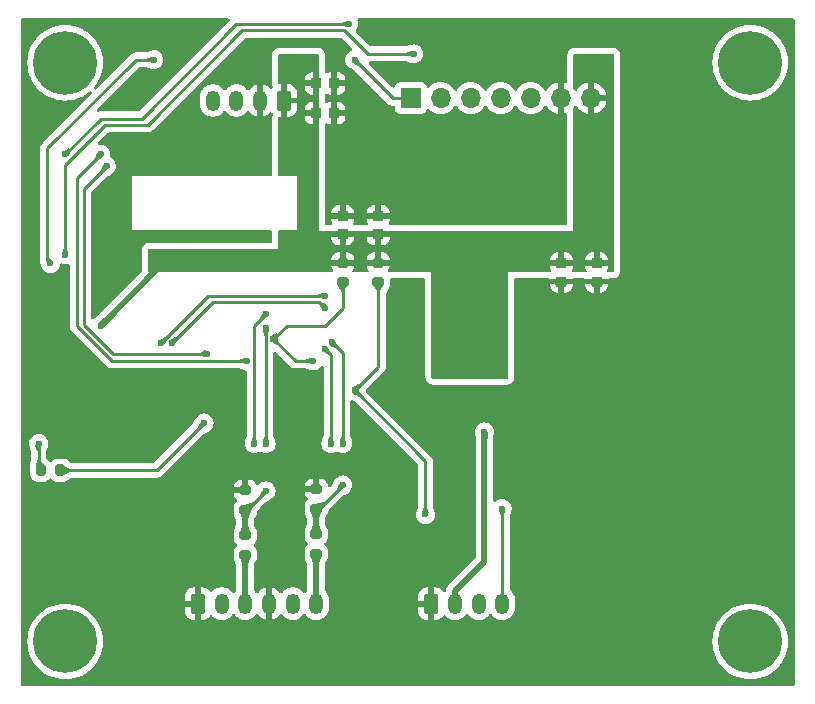
<source format=gbr>
%TF.GenerationSoftware,KiCad,Pcbnew,8.0.5*%
%TF.CreationDate,2024-11-08T11:27:06-05:00*%
%TF.ProjectId,psocpcb,70736f63-7063-4622-9e6b-696361645f70,rev?*%
%TF.SameCoordinates,Original*%
%TF.FileFunction,Copper,L2,Bot*%
%TF.FilePolarity,Positive*%
%FSLAX46Y46*%
G04 Gerber Fmt 4.6, Leading zero omitted, Abs format (unit mm)*
G04 Created by KiCad (PCBNEW 8.0.5) date 2024-11-08 11:27:06*
%MOMM*%
%LPD*%
G01*
G04 APERTURE LIST*
G04 Aperture macros list*
%AMRoundRect*
0 Rectangle with rounded corners*
0 $1 Rounding radius*
0 $2 $3 $4 $5 $6 $7 $8 $9 X,Y pos of 4 corners*
0 Add a 4 corners polygon primitive as box body*
4,1,4,$2,$3,$4,$5,$6,$7,$8,$9,$2,$3,0*
0 Add four circle primitives for the rounded corners*
1,1,$1+$1,$2,$3*
1,1,$1+$1,$4,$5*
1,1,$1+$1,$6,$7*
1,1,$1+$1,$8,$9*
0 Add four rect primitives between the rounded corners*
20,1,$1+$1,$2,$3,$4,$5,0*
20,1,$1+$1,$4,$5,$6,$7,0*
20,1,$1+$1,$6,$7,$8,$9,0*
20,1,$1+$1,$8,$9,$2,$3,0*%
G04 Aperture macros list end*
%TA.AperFunction,ComponentPad*%
%ADD10C,3.100000*%
%TD*%
%TA.AperFunction,ConnectorPad*%
%ADD11C,5.400000*%
%TD*%
%TA.AperFunction,ComponentPad*%
%ADD12R,1.700000X1.700000*%
%TD*%
%TA.AperFunction,ComponentPad*%
%ADD13O,1.700000X1.700000*%
%TD*%
%TA.AperFunction,ComponentPad*%
%ADD14RoundRect,0.250000X-0.350000X-0.625000X0.350000X-0.625000X0.350000X0.625000X-0.350000X0.625000X0*%
%TD*%
%TA.AperFunction,ComponentPad*%
%ADD15O,1.200000X1.750000*%
%TD*%
%TA.AperFunction,ComponentPad*%
%ADD16RoundRect,0.250000X0.350000X0.625000X-0.350000X0.625000X-0.350000X-0.625000X0.350000X-0.625000X0*%
%TD*%
%TA.AperFunction,SMDPad,CuDef*%
%ADD17RoundRect,0.225000X0.250000X-0.225000X0.250000X0.225000X-0.250000X0.225000X-0.250000X-0.225000X0*%
%TD*%
%TA.AperFunction,SMDPad,CuDef*%
%ADD18RoundRect,0.225000X-0.225000X-0.250000X0.225000X-0.250000X0.225000X0.250000X-0.225000X0.250000X0*%
%TD*%
%TA.AperFunction,SMDPad,CuDef*%
%ADD19RoundRect,0.200000X0.275000X-0.200000X0.275000X0.200000X-0.275000X0.200000X-0.275000X-0.200000X0*%
%TD*%
%TA.AperFunction,SMDPad,CuDef*%
%ADD20RoundRect,0.225000X-0.250000X0.225000X-0.250000X-0.225000X0.250000X-0.225000X0.250000X0.225000X0*%
%TD*%
%TA.AperFunction,SMDPad,CuDef*%
%ADD21RoundRect,0.200000X-0.200000X-0.275000X0.200000X-0.275000X0.200000X0.275000X-0.200000X0.275000X0*%
%TD*%
%TA.AperFunction,SMDPad,CuDef*%
%ADD22RoundRect,0.200000X-0.275000X0.200000X-0.275000X-0.200000X0.275000X-0.200000X0.275000X0.200000X0*%
%TD*%
%TA.AperFunction,ViaPad*%
%ADD23C,0.600000*%
%TD*%
%TA.AperFunction,Conductor*%
%ADD24C,0.254000*%
%TD*%
%TA.AperFunction,Conductor*%
%ADD25C,0.508000*%
%TD*%
%TA.AperFunction,Conductor*%
%ADD26C,0.504000*%
%TD*%
G04 APERTURE END LIST*
D10*
%TO.P,H3,1*%
%TO.N,N/C*%
X107500000Y-85250000D03*
D11*
X107500000Y-85250000D03*
%TD*%
D12*
%TO.P,J4,1,Pin_1*%
%TO.N,/usbrx*%
X136750000Y-39250000D03*
D13*
%TO.P,J4,2,Pin_2*%
%TO.N,/usbtx*%
X139290000Y-39250000D03*
%TO.P,J4,3,Pin_3*%
%TO.N,/SWDIO*%
X141830000Y-39250000D03*
%TO.P,J4,4,Pin_4*%
%TO.N,/SWDCLK*%
X144370000Y-39250000D03*
%TO.P,J4,5,Pin_5*%
%TO.N,/XRES*%
X146910000Y-39250000D03*
%TO.P,J4,6,Pin_6*%
%TO.N,GND*%
X149450000Y-39250000D03*
%TO.P,J4,7,Pin_7*%
%TO.N,/Vdd*%
X151990000Y-39250000D03*
%TD*%
D14*
%TO.P,J7,1,Pin_1*%
%TO.N,GND*%
X118750000Y-82050000D03*
D15*
%TO.P,J7,2,Pin_2*%
%TO.N,/ADC0_raw*%
X120750000Y-82050000D03*
%TO.P,J7,3,Pin_3*%
%TO.N,/ADC1_raw*%
X122750000Y-82050000D03*
%TO.P,J7,4,Pin_4*%
%TO.N,GND*%
X124750000Y-82050000D03*
%TO.P,J7,5,Pin_5*%
%TO.N,/ADC2_raw*%
X126750000Y-82050000D03*
%TO.P,J7,6,Pin_6*%
%TO.N,/ADC3_raw*%
X128750000Y-82050000D03*
%TD*%
D10*
%TO.P,H2,1*%
%TO.N,N/C*%
X165500000Y-36250000D03*
D11*
X165500000Y-36250000D03*
%TD*%
D14*
%TO.P,J5,1,Pin_1*%
%TO.N,GND*%
X138500000Y-82050000D03*
D15*
%TO.P,J5,2,Pin_2*%
%TO.N,/Vdd*%
X140500000Y-82050000D03*
%TO.P,J5,3,Pin_3*%
%TO.N,/SCL*%
X142500000Y-82050000D03*
%TO.P,J5,4,Pin_4*%
%TO.N,/SDA*%
X144500000Y-82050000D03*
%TD*%
D10*
%TO.P,H4,1*%
%TO.N,N/C*%
X165500000Y-85250000D03*
D11*
X165500000Y-85250000D03*
%TD*%
D10*
%TO.P,H1,1*%
%TO.N,N/C*%
X107500000Y-36250000D03*
D11*
X107500000Y-36250000D03*
%TD*%
D16*
%TO.P,J6,1,Pin_1*%
%TO.N,/Vdd*%
X126000000Y-39450000D03*
D15*
%TO.P,J6,2,Pin_2*%
%TO.N,GND*%
X124000000Y-39450000D03*
%TO.P,J6,3,Pin_3*%
%TO.N,/tx*%
X122000000Y-39450000D03*
%TO.P,J6,4,Pin_4*%
%TO.N,/rx*%
X120000000Y-39450000D03*
%TD*%
D17*
%TO.P,C3,1*%
%TO.N,/Vdd*%
X134000000Y-50775000D03*
%TO.P,C3,2*%
%TO.N,GND*%
X134000000Y-49225000D03*
%TD*%
D18*
%TO.P,C7,1*%
%TO.N,/Vdd*%
X128725000Y-40500000D03*
%TO.P,C7,2*%
%TO.N,GND*%
X130275000Y-40500000D03*
%TD*%
D19*
%TO.P,R2,1*%
%TO.N,/SDA*%
X131000000Y-54825000D03*
%TO.P,R2,2*%
%TO.N,/Vdd*%
X131000000Y-53175000D03*
%TD*%
D18*
%TO.P,C8,1*%
%TO.N,/Vdd*%
X128725000Y-38000000D03*
%TO.P,C8,2*%
%TO.N,GND*%
X130275000Y-38000000D03*
%TD*%
D20*
%TO.P,C5,1*%
%TO.N,/Vdd*%
X149500000Y-53225000D03*
%TO.P,C5,2*%
%TO.N,GND*%
X149500000Y-54775000D03*
%TD*%
D21*
%TO.P,R11,1*%
%TO.N,Net-(D1-K)*%
X105425000Y-70750000D03*
%TO.P,R11,2*%
%TO.N,/LED1*%
X107075000Y-70750000D03*
%TD*%
D22*
%TO.P,R10,1*%
%TO.N,/ADC3*%
X128750000Y-76175000D03*
%TO.P,R10,2*%
%TO.N,/ADC3_raw*%
X128750000Y-77825000D03*
%TD*%
%TO.P,R8,1*%
%TO.N,/ADC1*%
X122750000Y-76250000D03*
%TO.P,R8,2*%
%TO.N,/ADC1_raw*%
X122750000Y-77900000D03*
%TD*%
D17*
%TO.P,C6,1*%
%TO.N,/Vdd*%
X131000000Y-50775000D03*
%TO.P,C6,2*%
%TO.N,GND*%
X131000000Y-49225000D03*
%TD*%
D19*
%TO.P,R1,1*%
%TO.N,/SCL*%
X134000000Y-54825000D03*
%TO.P,R1,2*%
%TO.N,/Vdd*%
X134000000Y-53175000D03*
%TD*%
D22*
%TO.P,R4,1*%
%TO.N,GND*%
X122750000Y-72450000D03*
%TO.P,R4,2*%
%TO.N,/ADC1*%
X122750000Y-74100000D03*
%TD*%
%TO.P,R6,1*%
%TO.N,GND*%
X128750000Y-72350000D03*
%TO.P,R6,2*%
%TO.N,/ADC3*%
X128750000Y-74000000D03*
%TD*%
D20*
%TO.P,C4,1*%
%TO.N,/Vdd*%
X152500000Y-53225000D03*
%TO.P,C4,2*%
%TO.N,GND*%
X152500000Y-54775000D03*
%TD*%
D23*
%TO.N,GND*%
X114250000Y-66500000D03*
X109250000Y-65250000D03*
X114250000Y-75750000D03*
X114250000Y-72250000D03*
X114250000Y-68750000D03*
X109250000Y-75750000D03*
X109250000Y-72250000D03*
X109250000Y-68750000D03*
X136000000Y-55750000D03*
X142500000Y-49000000D03*
X143000000Y-41500000D03*
X149500000Y-41500000D03*
X131000000Y-47000000D03*
X133500000Y-70000000D03*
X104500000Y-48500000D03*
X149500000Y-36500000D03*
X115500000Y-51000000D03*
X124000000Y-37500000D03*
X111500000Y-33500000D03*
X111500000Y-39500000D03*
X124500000Y-51000000D03*
X132500000Y-40500000D03*
X104500000Y-44500000D03*
X132500000Y-38000000D03*
X126500000Y-67000000D03*
X124000000Y-42000000D03*
X111500000Y-50500000D03*
X141000000Y-66000000D03*
X128500000Y-64000000D03*
X120000000Y-51000000D03*
X134000000Y-47000000D03*
X141000000Y-74000000D03*
%TO.N,/Vdd*%
X129000000Y-53500000D03*
X124500000Y-52500000D03*
X143000000Y-59500000D03*
X115500000Y-53500000D03*
X110500000Y-58500000D03*
X143000000Y-67500000D03*
X115500000Y-52500000D03*
X124500000Y-53500000D03*
X129000000Y-52500000D03*
%TO.N,Net-(D1-K)*%
X105250000Y-68500000D03*
%TO.N,/SDA*%
X125127000Y-59627000D03*
X128500000Y-61500000D03*
X144500000Y-74000000D03*
%TO.N,/SCL*%
X132000000Y-64000000D03*
X138000000Y-74500000D03*
%TO.N,/rx*%
X122873000Y-61500000D03*
X110500000Y-44000000D03*
%TO.N,/tx*%
X119500000Y-60873000D03*
X111000000Y-45000000D03*
%TO.N,/ADC0*%
X124500000Y-57521000D03*
X123500000Y-68500000D03*
%TO.N,/ADC1*%
X124500000Y-68500000D03*
X124500000Y-72500000D03*
X124500000Y-58750000D03*
%TO.N,/ADC2*%
X129500000Y-60500000D03*
X130000000Y-68500000D03*
%TO.N,/ADC3*%
X131000000Y-68500000D03*
X130065687Y-59934313D03*
X131000000Y-72000000D03*
%TO.N,/XRES*%
X107500000Y-44000000D03*
X131500000Y-33000000D03*
%TO.N,/SWDCLK*%
X129500000Y-57000000D03*
X116500000Y-60000000D03*
%TO.N,/LED1*%
X119250000Y-66750000D03*
%TO.N,/SWDIO*%
X115620000Y-60000000D03*
X129500000Y-56000000D03*
%TO.N,/usbtx*%
X107500000Y-52500000D03*
X137000000Y-35500000D03*
%TO.N,/usbrx*%
X106250000Y-53250000D03*
X115000000Y-36000000D03*
X132000000Y-36000000D03*
%TD*%
D24*
%TO.N,/ADC1*%
X124500000Y-72500000D02*
X122900000Y-74100000D01*
X122900000Y-74100000D02*
X122750000Y-74100000D01*
%TO.N,/ADC3*%
X131000000Y-72000000D02*
X129000000Y-74000000D01*
X129000000Y-74000000D02*
X128750000Y-74000000D01*
%TO.N,/ADC1*%
X124500000Y-58750000D02*
X124500000Y-68500000D01*
%TO.N,/SDA*%
X127000000Y-61500000D02*
X128500000Y-61500000D01*
X131000000Y-57000000D02*
X131000000Y-54825000D01*
X126254000Y-58500000D02*
X129500000Y-58500000D01*
X129500000Y-58500000D02*
X131000000Y-57000000D01*
X125127000Y-59627000D02*
X126254000Y-58500000D01*
X125127000Y-59627000D02*
X127000000Y-61500000D01*
D25*
%TO.N,/Vdd*%
X143000000Y-59500000D02*
X143000000Y-56000000D01*
X140500000Y-81000000D02*
X140500000Y-82050000D01*
X143000000Y-67500000D02*
X143000000Y-78500000D01*
X143000000Y-78500000D02*
X140500000Y-81000000D01*
X143000000Y-56000000D02*
X140175000Y-53175000D01*
X140175000Y-53175000D02*
X134000000Y-53175000D01*
D26*
X115500000Y-53500000D02*
X110500000Y-58500000D01*
X115500000Y-52500000D02*
X115500000Y-53500000D01*
D24*
%TO.N,Net-(D1-K)*%
X105250000Y-70575000D02*
X105425000Y-70750000D01*
X105250000Y-68500000D02*
X105250000Y-70575000D01*
%TO.N,/SDA*%
X144500000Y-74000000D02*
X144500000Y-82050000D01*
%TO.N,/SCL*%
X132000000Y-64000000D02*
X138000000Y-70000000D01*
X138000000Y-70000000D02*
X138000000Y-74500000D01*
X134000000Y-54825000D02*
X134000000Y-62000000D01*
X134000000Y-62000000D02*
X132000000Y-64000000D01*
D25*
%TO.N,/ADC3_raw*%
X128750000Y-77825000D02*
X128750000Y-82050000D01*
%TO.N,/ADC1_raw*%
X122750000Y-77900000D02*
X122750000Y-82050000D01*
D24*
%TO.N,/rx*%
X111500000Y-61500000D02*
X108500000Y-58500000D01*
X122873000Y-61500000D02*
X111500000Y-61500000D01*
X108500000Y-46000000D02*
X110500000Y-44000000D01*
X108500000Y-58500000D02*
X108500000Y-46000000D01*
%TO.N,/tx*%
X111000000Y-45000000D02*
X109071026Y-46928974D01*
X109071026Y-46928974D02*
X109071026Y-58428974D01*
X109071026Y-58428974D02*
X111571026Y-60928974D01*
X119444026Y-60928974D02*
X119500000Y-60873000D01*
X111571026Y-60928974D02*
X119444026Y-60928974D01*
%TO.N,/ADC0*%
X124500000Y-57521000D02*
X123500000Y-58521000D01*
X123500000Y-58521000D02*
X123500000Y-68500000D01*
D25*
%TO.N,/ADC1*%
X122750000Y-76250000D02*
X122750000Y-74100000D01*
D24*
%TO.N,/ADC2*%
X130000000Y-61000000D02*
X129500000Y-60500000D01*
X130000000Y-68500000D02*
X130000000Y-61000000D01*
%TO.N,/ADC3*%
X131000000Y-68500000D02*
X131000000Y-60868626D01*
X131000000Y-60868626D02*
X130065687Y-59934313D01*
D25*
X128750000Y-76175000D02*
X128750000Y-74000000D01*
D24*
%TO.N,/XRES*%
X122000000Y-33000000D02*
X131500000Y-33000000D01*
X107500000Y-44000000D02*
X110500000Y-41000000D01*
X114000000Y-41000000D02*
X122000000Y-33000000D01*
X110500000Y-41000000D02*
X114000000Y-41000000D01*
%TO.N,/SWDCLK*%
X129000000Y-56500000D02*
X120000000Y-56500000D01*
X129500000Y-57000000D02*
X129000000Y-56500000D01*
X120000000Y-56500000D02*
X116500000Y-60000000D01*
%TO.N,/LED1*%
X115250000Y-70750000D02*
X107075000Y-70750000D01*
X119250000Y-66750000D02*
X115250000Y-70750000D01*
%TO.N,/SWDIO*%
X129500000Y-56000000D02*
X119613288Y-56000000D01*
X119613288Y-56000000D02*
X115620000Y-59993288D01*
X115620000Y-59993288D02*
X115620000Y-60000000D01*
%TO.N,/usbtx*%
X110886712Y-41500000D02*
X107500000Y-44886712D01*
X122500000Y-33500000D02*
X114500000Y-41500000D01*
X114500000Y-41500000D02*
X110886712Y-41500000D01*
X107500000Y-44886712D02*
X107500000Y-52500000D01*
X131113288Y-33500000D02*
X122500000Y-33500000D01*
X137000000Y-35500000D02*
X133113288Y-35500000D01*
X133113288Y-35500000D02*
X131113288Y-33500000D01*
%TO.N,/usbrx*%
X135250000Y-39250000D02*
X132000000Y-36000000D01*
X136750000Y-39250000D02*
X135250000Y-39250000D01*
X113500000Y-36000000D02*
X115000000Y-36000000D01*
X106250000Y-53250000D02*
X106000000Y-53000000D01*
X106000000Y-53000000D02*
X106000000Y-43500000D01*
X106000000Y-43500000D02*
X113500000Y-36000000D01*
%TD*%
%TA.AperFunction,Conductor*%
%TO.N,GND*%
G36*
X121379757Y-32520185D02*
G01*
X121425512Y-32572989D01*
X121435456Y-32642147D01*
X121406431Y-32705703D01*
X121400399Y-32712181D01*
X113776400Y-40336181D01*
X113715077Y-40369666D01*
X113688719Y-40372500D01*
X110438192Y-40372500D01*
X110310991Y-40397802D01*
X110310444Y-40395055D01*
X110252566Y-40395539D01*
X110193475Y-40358257D01*
X110163920Y-40294946D01*
X110173285Y-40225706D01*
X110198825Y-40188593D01*
X110437430Y-39949989D01*
X113723600Y-36663819D01*
X113784923Y-36630334D01*
X113811281Y-36627500D01*
X114288661Y-36627500D01*
X114325321Y-36633042D01*
X114725584Y-36756921D01*
X114754469Y-36764931D01*
X114754471Y-36764931D01*
X114759732Y-36765912D01*
X114759614Y-36766541D01*
X114779445Y-36770916D01*
X114820745Y-36785368D01*
X114820749Y-36785368D01*
X114820751Y-36785369D01*
X114820748Y-36785369D01*
X114999996Y-36805565D01*
X115000000Y-36805565D01*
X115000004Y-36805565D01*
X115179249Y-36785369D01*
X115179252Y-36785368D01*
X115179255Y-36785368D01*
X115349522Y-36725789D01*
X115502262Y-36629816D01*
X115629816Y-36502262D01*
X115725789Y-36349522D01*
X115785368Y-36179255D01*
X115790575Y-36133043D01*
X115805565Y-36000003D01*
X115805565Y-35999996D01*
X115785369Y-35820750D01*
X115785368Y-35820745D01*
X115725789Y-35650478D01*
X115709152Y-35624001D01*
X115654297Y-35536700D01*
X115629816Y-35497738D01*
X115502262Y-35370184D01*
X115490027Y-35362496D01*
X115349523Y-35274211D01*
X115179254Y-35214631D01*
X115179249Y-35214630D01*
X115000004Y-35194435D01*
X114999996Y-35194435D01*
X114820746Y-35214631D01*
X114820742Y-35214632D01*
X114761473Y-35235370D01*
X114739961Y-35240795D01*
X114725591Y-35243075D01*
X114725584Y-35243077D01*
X114325315Y-35366957D01*
X114288654Y-35372500D01*
X113438192Y-35372500D01*
X113316973Y-35396611D01*
X113316973Y-35396612D01*
X113316970Y-35396613D01*
X113316966Y-35396614D01*
X113250070Y-35424323D01*
X113250068Y-35424323D01*
X113202768Y-35443916D01*
X113202764Y-35443918D01*
X113127864Y-35493965D01*
X113127864Y-35493966D01*
X113099989Y-35512590D01*
X110124867Y-38487712D01*
X110063544Y-38521197D01*
X109993852Y-38516213D01*
X109937919Y-38474341D01*
X109913502Y-38408877D01*
X109928354Y-38340604D01*
X109944721Y-38317411D01*
X110006194Y-38248623D01*
X110214211Y-37955452D01*
X110388094Y-37640833D01*
X110525659Y-37308724D01*
X110625173Y-36963300D01*
X110685387Y-36608907D01*
X110705543Y-36250000D01*
X110685387Y-35891093D01*
X110625173Y-35536700D01*
X110525659Y-35191276D01*
X110388094Y-34859167D01*
X110214211Y-34544548D01*
X110006194Y-34251377D01*
X109766661Y-33983339D01*
X109498623Y-33743806D01*
X109498622Y-33743805D01*
X109205454Y-33535790D01*
X108890831Y-33361905D01*
X108804086Y-33325974D01*
X108558724Y-33224341D01*
X108558720Y-33224339D01*
X108558718Y-33224339D01*
X108213305Y-33124828D01*
X108213296Y-33124826D01*
X107858914Y-33064614D01*
X107858902Y-33064612D01*
X107500000Y-33044457D01*
X107141097Y-33064612D01*
X107141085Y-33064614D01*
X106786703Y-33124826D01*
X106786694Y-33124828D01*
X106441281Y-33224339D01*
X106109168Y-33361905D01*
X105794545Y-33535790D01*
X105501377Y-33743805D01*
X105233339Y-33983339D01*
X104993805Y-34251377D01*
X104785790Y-34544545D01*
X104611905Y-34859168D01*
X104500066Y-35129171D01*
X104475428Y-35188653D01*
X104474339Y-35191281D01*
X104374828Y-35536694D01*
X104374826Y-35536703D01*
X104314614Y-35891085D01*
X104314612Y-35891097D01*
X104294457Y-36250000D01*
X104314612Y-36608902D01*
X104314614Y-36608914D01*
X104374826Y-36963296D01*
X104374828Y-36963305D01*
X104471040Y-37297267D01*
X104474341Y-37308724D01*
X104575974Y-37554086D01*
X104611905Y-37640831D01*
X104785790Y-37955454D01*
X104993805Y-38248622D01*
X105018558Y-38276320D01*
X105233339Y-38516661D01*
X105457513Y-38716995D01*
X105501377Y-38756194D01*
X105594927Y-38822572D01*
X105794548Y-38964211D01*
X106109167Y-39138094D01*
X106441276Y-39275659D01*
X106786700Y-39375173D01*
X107141093Y-39435387D01*
X107500000Y-39455543D01*
X107858907Y-39435387D01*
X108213300Y-39375173D01*
X108558724Y-39275659D01*
X108890833Y-39138094D01*
X109205452Y-38964211D01*
X109498623Y-38756194D01*
X109567405Y-38694727D01*
X109630509Y-38664733D01*
X109699811Y-38673617D01*
X109753309Y-38718558D01*
X109774017Y-38785288D01*
X109755361Y-38852621D01*
X109737713Y-38874867D01*
X107663582Y-40948999D01*
X105599992Y-43012589D01*
X105512589Y-43099992D01*
X105448391Y-43196072D01*
X105443916Y-43202769D01*
X105430061Y-43236214D01*
X105430062Y-43236215D01*
X105396614Y-43316964D01*
X105396612Y-43316972D01*
X105372500Y-43438192D01*
X105372500Y-53061807D01*
X105396612Y-53183027D01*
X105396614Y-53183035D01*
X105430062Y-53263785D01*
X105441219Y-53290720D01*
X105448909Y-53317422D01*
X105451349Y-53331799D01*
X105452540Y-53336527D01*
X105452155Y-53336623D01*
X105456291Y-53355229D01*
X105464630Y-53429249D01*
X105524210Y-53599521D01*
X105620184Y-53752262D01*
X105747738Y-53879816D01*
X105900478Y-53975789D01*
X106070745Y-54035368D01*
X106070750Y-54035369D01*
X106249996Y-54055565D01*
X106250000Y-54055565D01*
X106250004Y-54055565D01*
X106429249Y-54035369D01*
X106429252Y-54035368D01*
X106429255Y-54035368D01*
X106599522Y-53975789D01*
X106752262Y-53879816D01*
X106879816Y-53752262D01*
X106975789Y-53599522D01*
X107035368Y-53429255D01*
X107044380Y-53349271D01*
X107071446Y-53284856D01*
X107129040Y-53245301D01*
X107198877Y-53243162D01*
X107208554Y-53246110D01*
X107259064Y-53263785D01*
X107320745Y-53285368D01*
X107320750Y-53285369D01*
X107499996Y-53305565D01*
X107500000Y-53305565D01*
X107500004Y-53305565D01*
X107679249Y-53285369D01*
X107679250Y-53285368D01*
X107679255Y-53285368D01*
X107707545Y-53275468D01*
X107777321Y-53271906D01*
X107837950Y-53306633D01*
X107870178Y-53368626D01*
X107872500Y-53392510D01*
X107872500Y-58561807D01*
X107896612Y-58683027D01*
X107896614Y-58683035D01*
X107928978Y-58761168D01*
X107943915Y-58797229D01*
X107943920Y-58797238D01*
X108011070Y-58897734D01*
X108011077Y-58897745D01*
X108012587Y-58900005D01*
X108012593Y-58900013D01*
X111012589Y-61900008D01*
X111064491Y-61951910D01*
X111099994Y-61987413D01*
X111099996Y-61987414D01*
X111202756Y-62056076D01*
X111202758Y-62056077D01*
X111202767Y-62056083D01*
X111216577Y-62061803D01*
X111250071Y-62075677D01*
X111292254Y-62093149D01*
X111316966Y-62103386D01*
X111438192Y-62127499D01*
X111438196Y-62127500D01*
X111438197Y-62127500D01*
X122161661Y-62127500D01*
X122198321Y-62133042D01*
X122598584Y-62256921D01*
X122627469Y-62264931D01*
X122627471Y-62264931D01*
X122632732Y-62265912D01*
X122632614Y-62266541D01*
X122652445Y-62270916D01*
X122693745Y-62285368D01*
X122762384Y-62293101D01*
X122826796Y-62320166D01*
X122866352Y-62377760D01*
X122872500Y-62416321D01*
X122872500Y-67788653D01*
X122866957Y-67825314D01*
X122743072Y-68225598D01*
X122735067Y-68254473D01*
X122734089Y-68259726D01*
X122733466Y-68259610D01*
X122729084Y-68279440D01*
X122714631Y-68320745D01*
X122714631Y-68320746D01*
X122694435Y-68499996D01*
X122694435Y-68500003D01*
X122714630Y-68679249D01*
X122714631Y-68679254D01*
X122774211Y-68849523D01*
X122870184Y-69002262D01*
X122997738Y-69129816D01*
X123150478Y-69225789D01*
X123320745Y-69285368D01*
X123320750Y-69285369D01*
X123499996Y-69305565D01*
X123500000Y-69305565D01*
X123500004Y-69305565D01*
X123679249Y-69285369D01*
X123679252Y-69285368D01*
X123679255Y-69285368D01*
X123849522Y-69225789D01*
X123930862Y-69174680D01*
X123934027Y-69172691D01*
X124001264Y-69153690D01*
X124065973Y-69172691D01*
X124150475Y-69225788D01*
X124320745Y-69285368D01*
X124320750Y-69285369D01*
X124499996Y-69305565D01*
X124500000Y-69305565D01*
X124500004Y-69305565D01*
X124679249Y-69285369D01*
X124679252Y-69285368D01*
X124679255Y-69285368D01*
X124849522Y-69225789D01*
X125002262Y-69129816D01*
X125129816Y-69002262D01*
X125225789Y-68849522D01*
X125285368Y-68679255D01*
X125305565Y-68500000D01*
X125285369Y-68320750D01*
X125285369Y-68320748D01*
X125285368Y-68320745D01*
X125264627Y-68261472D01*
X125259200Y-68239946D01*
X125256922Y-68225588D01*
X125256922Y-68225585D01*
X125133043Y-67825316D01*
X125127500Y-67788655D01*
X125127500Y-60814281D01*
X125147185Y-60747242D01*
X125199989Y-60701487D01*
X125269147Y-60691543D01*
X125332703Y-60720568D01*
X125339181Y-60726600D01*
X126512589Y-61900008D01*
X126564491Y-61951910D01*
X126599994Y-61987413D01*
X126599997Y-61987414D01*
X126702767Y-62056083D01*
X126736215Y-62069937D01*
X126816965Y-62103386D01*
X126938192Y-62127499D01*
X126938196Y-62127500D01*
X126938197Y-62127500D01*
X127061803Y-62127500D01*
X127788661Y-62127500D01*
X127825321Y-62133042D01*
X128225584Y-62256921D01*
X128254469Y-62264931D01*
X128254471Y-62264931D01*
X128259732Y-62265912D01*
X128259614Y-62266541D01*
X128279445Y-62270916D01*
X128320745Y-62285368D01*
X128320749Y-62285368D01*
X128320751Y-62285369D01*
X128320748Y-62285369D01*
X128499996Y-62305565D01*
X128500000Y-62305565D01*
X128500004Y-62305565D01*
X128679249Y-62285369D01*
X128679252Y-62285368D01*
X128679255Y-62285368D01*
X128849522Y-62225789D01*
X129002262Y-62129816D01*
X129129816Y-62002262D01*
X129143506Y-61980473D01*
X129195841Y-61934183D01*
X129264894Y-61923535D01*
X129328743Y-61951910D01*
X129367115Y-62010299D01*
X129372500Y-62046446D01*
X129372500Y-67788653D01*
X129366957Y-67825314D01*
X129243072Y-68225598D01*
X129235067Y-68254473D01*
X129234089Y-68259726D01*
X129233466Y-68259610D01*
X129229084Y-68279440D01*
X129214631Y-68320745D01*
X129214631Y-68320746D01*
X129194435Y-68499996D01*
X129194435Y-68500003D01*
X129214630Y-68679249D01*
X129214631Y-68679254D01*
X129274211Y-68849523D01*
X129370184Y-69002262D01*
X129497738Y-69129816D01*
X129650478Y-69225789D01*
X129820745Y-69285368D01*
X129820750Y-69285369D01*
X129999996Y-69305565D01*
X130000000Y-69305565D01*
X130000004Y-69305565D01*
X130179249Y-69285369D01*
X130179252Y-69285368D01*
X130179255Y-69285368D01*
X130349522Y-69225789D01*
X130430862Y-69174680D01*
X130434027Y-69172691D01*
X130501264Y-69153690D01*
X130565973Y-69172691D01*
X130650475Y-69225788D01*
X130820745Y-69285368D01*
X130820750Y-69285369D01*
X130999996Y-69305565D01*
X131000000Y-69305565D01*
X131000004Y-69305565D01*
X131179249Y-69285369D01*
X131179252Y-69285368D01*
X131179255Y-69285368D01*
X131349522Y-69225789D01*
X131502262Y-69129816D01*
X131629816Y-69002262D01*
X131725789Y-68849522D01*
X131785368Y-68679255D01*
X131805565Y-68500000D01*
X131785369Y-68320750D01*
X131785369Y-68320748D01*
X131785368Y-68320745D01*
X131764627Y-68261472D01*
X131759200Y-68239946D01*
X131756922Y-68225588D01*
X131756922Y-68225585D01*
X131633043Y-67825316D01*
X131627500Y-67788655D01*
X131627500Y-64918321D01*
X131647185Y-64851282D01*
X131699989Y-64805527D01*
X131769147Y-64795583D01*
X131809334Y-64808634D01*
X132029441Y-64924699D01*
X132059284Y-64946703D01*
X137336181Y-70223600D01*
X137369666Y-70284923D01*
X137372500Y-70311281D01*
X137372500Y-73788653D01*
X137366957Y-73825314D01*
X137243072Y-74225598D01*
X137235067Y-74254473D01*
X137234089Y-74259726D01*
X137233466Y-74259610D01*
X137229084Y-74279440D01*
X137214631Y-74320745D01*
X137214631Y-74320746D01*
X137194435Y-74499996D01*
X137194435Y-74500003D01*
X137214630Y-74679249D01*
X137214631Y-74679254D01*
X137274211Y-74849523D01*
X137303218Y-74895687D01*
X137370184Y-75002262D01*
X137497738Y-75129816D01*
X137650478Y-75225789D01*
X137803432Y-75279310D01*
X137820745Y-75285368D01*
X137820750Y-75285369D01*
X137999996Y-75305565D01*
X138000000Y-75305565D01*
X138000004Y-75305565D01*
X138179249Y-75285369D01*
X138179252Y-75285368D01*
X138179255Y-75285368D01*
X138349522Y-75225789D01*
X138502262Y-75129816D01*
X138629816Y-75002262D01*
X138725789Y-74849522D01*
X138785368Y-74679255D01*
X138785369Y-74679249D01*
X138805565Y-74500003D01*
X138805565Y-74499996D01*
X138785369Y-74320748D01*
X138782070Y-74311320D01*
X138764627Y-74261472D01*
X138759200Y-74239946D01*
X138756922Y-74225588D01*
X138756922Y-74225585D01*
X138633043Y-73825316D01*
X138627500Y-73788655D01*
X138627500Y-69938196D01*
X138623788Y-69919538D01*
X138623786Y-69919530D01*
X138623786Y-69919528D01*
X138603385Y-69816965D01*
X138585796Y-69774500D01*
X138556086Y-69702772D01*
X138556079Y-69702760D01*
X138487411Y-69599992D01*
X138487408Y-69599988D01*
X132975099Y-64087680D01*
X132941614Y-64026357D01*
X132946598Y-63956665D01*
X132975097Y-63912320D01*
X134487411Y-62400008D01*
X134556083Y-62297233D01*
X134603385Y-62183035D01*
X134619228Y-62103387D01*
X134627500Y-62061805D01*
X134627500Y-55810020D01*
X134645636Y-55745453D01*
X134703562Y-55650478D01*
X134794955Y-55500630D01*
X134813138Y-55477518D01*
X134830472Y-55460185D01*
X134918478Y-55314606D01*
X134969086Y-55152196D01*
X134975500Y-55081616D01*
X134975500Y-54629500D01*
X134995185Y-54562461D01*
X135047989Y-54516706D01*
X135099500Y-54505500D01*
X137870500Y-54505500D01*
X137937539Y-54525185D01*
X137983294Y-54577989D01*
X137994500Y-54629500D01*
X137994500Y-62876000D01*
X137994501Y-62876009D01*
X138006052Y-62983450D01*
X138006054Y-62983462D01*
X138017260Y-63034972D01*
X138051383Y-63137497D01*
X138051386Y-63137503D01*
X138129171Y-63258537D01*
X138129179Y-63258548D01*
X138174923Y-63311340D01*
X138174926Y-63311343D01*
X138174930Y-63311347D01*
X138283664Y-63405567D01*
X138283667Y-63405568D01*
X138283668Y-63405569D01*
X138377925Y-63448616D01*
X138414541Y-63465338D01*
X138481580Y-63485023D01*
X138481584Y-63485024D01*
X138624000Y-63505500D01*
X138624003Y-63505500D01*
X144875990Y-63505500D01*
X144876000Y-63505500D01*
X144983456Y-63493947D01*
X145034967Y-63482741D01*
X145069197Y-63471347D01*
X145137497Y-63448616D01*
X145137501Y-63448613D01*
X145137504Y-63448613D01*
X145258543Y-63370825D01*
X145311347Y-63325070D01*
X145405567Y-63216336D01*
X145465338Y-63085459D01*
X145485023Y-63018420D01*
X145485024Y-63018416D01*
X145505500Y-62876000D01*
X145505500Y-55048322D01*
X148525001Y-55048322D01*
X148535144Y-55147607D01*
X148588452Y-55308481D01*
X148588457Y-55308492D01*
X148677424Y-55452728D01*
X148677427Y-55452732D01*
X148797267Y-55572572D01*
X148797271Y-55572575D01*
X148941507Y-55661542D01*
X148941518Y-55661547D01*
X149102393Y-55714855D01*
X149201683Y-55724999D01*
X149750000Y-55724999D01*
X149798308Y-55724999D01*
X149798322Y-55724998D01*
X149897607Y-55714855D01*
X150058481Y-55661547D01*
X150058492Y-55661542D01*
X150202728Y-55572575D01*
X150202732Y-55572572D01*
X150322572Y-55452732D01*
X150322575Y-55452728D01*
X150411542Y-55308492D01*
X150411547Y-55308481D01*
X150464855Y-55147606D01*
X150474999Y-55048322D01*
X151525001Y-55048322D01*
X151535144Y-55147607D01*
X151588452Y-55308481D01*
X151588457Y-55308492D01*
X151677424Y-55452728D01*
X151677427Y-55452732D01*
X151797267Y-55572572D01*
X151797271Y-55572575D01*
X151941507Y-55661542D01*
X151941518Y-55661547D01*
X152102393Y-55714855D01*
X152201683Y-55724999D01*
X152750000Y-55724999D01*
X152798308Y-55724999D01*
X152798322Y-55724998D01*
X152897607Y-55714855D01*
X153058481Y-55661547D01*
X153058492Y-55661542D01*
X153202728Y-55572575D01*
X153202732Y-55572572D01*
X153322572Y-55452732D01*
X153322575Y-55452728D01*
X153411542Y-55308492D01*
X153411547Y-55308481D01*
X153464855Y-55147606D01*
X153474999Y-55048322D01*
X153475000Y-55048309D01*
X153475000Y-55025000D01*
X152750000Y-55025000D01*
X152750000Y-55724999D01*
X152201683Y-55724999D01*
X152249999Y-55724998D01*
X152250000Y-55724998D01*
X152250000Y-55025000D01*
X151525001Y-55025000D01*
X151525001Y-55048322D01*
X150474999Y-55048322D01*
X150475000Y-55048309D01*
X150475000Y-55025000D01*
X149750000Y-55025000D01*
X149750000Y-55724999D01*
X149201683Y-55724999D01*
X149249999Y-55724998D01*
X149250000Y-55724998D01*
X149250000Y-55025000D01*
X148525001Y-55025000D01*
X148525001Y-55048322D01*
X145505500Y-55048322D01*
X145505500Y-54629500D01*
X145525185Y-54562461D01*
X145577989Y-54516706D01*
X145629500Y-54505500D01*
X148454138Y-54505500D01*
X148520547Y-54525000D01*
X150488982Y-54525000D01*
X150519503Y-54508334D01*
X150545861Y-54505500D01*
X151454138Y-54505500D01*
X151520547Y-54525000D01*
X153488982Y-54525000D01*
X153519503Y-54508334D01*
X153545861Y-54505500D01*
X153875990Y-54505500D01*
X153876000Y-54505500D01*
X153983456Y-54493947D01*
X154034967Y-54482741D01*
X154069197Y-54471347D01*
X154137497Y-54448616D01*
X154137501Y-54448613D01*
X154137504Y-54448613D01*
X154258543Y-54370825D01*
X154311347Y-54325070D01*
X154405567Y-54216336D01*
X154465338Y-54085459D01*
X154485023Y-54018420D01*
X154485024Y-54018416D01*
X154505500Y-53876000D01*
X154505500Y-36250000D01*
X162294457Y-36250000D01*
X162314612Y-36608902D01*
X162314614Y-36608914D01*
X162374826Y-36963296D01*
X162374828Y-36963305D01*
X162471040Y-37297267D01*
X162474341Y-37308724D01*
X162575974Y-37554086D01*
X162611905Y-37640831D01*
X162785790Y-37955454D01*
X162993805Y-38248622D01*
X163018558Y-38276320D01*
X163233339Y-38516661D01*
X163457513Y-38716995D01*
X163501377Y-38756194D01*
X163594927Y-38822572D01*
X163794548Y-38964211D01*
X164109167Y-39138094D01*
X164441276Y-39275659D01*
X164786700Y-39375173D01*
X165141093Y-39435387D01*
X165500000Y-39455543D01*
X165858907Y-39435387D01*
X166213300Y-39375173D01*
X166558724Y-39275659D01*
X166890833Y-39138094D01*
X167205452Y-38964211D01*
X167498623Y-38756194D01*
X167766661Y-38516661D01*
X168006194Y-38248623D01*
X168214211Y-37955452D01*
X168388094Y-37640833D01*
X168525659Y-37308724D01*
X168625173Y-36963300D01*
X168685387Y-36608907D01*
X168705543Y-36250000D01*
X168685387Y-35891093D01*
X168625173Y-35536700D01*
X168525659Y-35191276D01*
X168388094Y-34859167D01*
X168214211Y-34544548D01*
X168006194Y-34251377D01*
X167766661Y-33983339D01*
X167498623Y-33743806D01*
X167498622Y-33743805D01*
X167205454Y-33535790D01*
X166890831Y-33361905D01*
X166804086Y-33325974D01*
X166558724Y-33224341D01*
X166558720Y-33224339D01*
X166558718Y-33224339D01*
X166213305Y-33124828D01*
X166213296Y-33124826D01*
X165858914Y-33064614D01*
X165858902Y-33064612D01*
X165500000Y-33044457D01*
X165141097Y-33064612D01*
X165141085Y-33064614D01*
X164786703Y-33124826D01*
X164786694Y-33124828D01*
X164441281Y-33224339D01*
X164109168Y-33361905D01*
X163794545Y-33535790D01*
X163501377Y-33743805D01*
X163233339Y-33983339D01*
X162993805Y-34251377D01*
X162785790Y-34544545D01*
X162611905Y-34859168D01*
X162500066Y-35129171D01*
X162475428Y-35188653D01*
X162474339Y-35191281D01*
X162374828Y-35536694D01*
X162374826Y-35536703D01*
X162314614Y-35891085D01*
X162314612Y-35891097D01*
X162294457Y-36250000D01*
X154505500Y-36250000D01*
X154505500Y-35624000D01*
X154493947Y-35516544D01*
X154482741Y-35465033D01*
X154469192Y-35424324D01*
X154448616Y-35362502D01*
X154448613Y-35362496D01*
X154370828Y-35241462D01*
X154370825Y-35241457D01*
X154370820Y-35241451D01*
X154325076Y-35188659D01*
X154325072Y-35188656D01*
X154325070Y-35188653D01*
X154216336Y-35094433D01*
X154216333Y-35094431D01*
X154216331Y-35094430D01*
X154085465Y-35034664D01*
X154085460Y-35034662D01*
X154085459Y-35034662D01*
X154018420Y-35014977D01*
X154018422Y-35014977D01*
X154018417Y-35014976D01*
X153956347Y-35006052D01*
X153876000Y-34994500D01*
X150624000Y-34994500D01*
X150623991Y-34994500D01*
X150623990Y-34994501D01*
X150516549Y-35006052D01*
X150516537Y-35006054D01*
X150465027Y-35017260D01*
X150362502Y-35051383D01*
X150362496Y-35051386D01*
X150241462Y-35129171D01*
X150241451Y-35129179D01*
X150188659Y-35174923D01*
X150094433Y-35283664D01*
X150094430Y-35283668D01*
X150034664Y-35414534D01*
X150014976Y-35481582D01*
X150007052Y-35536700D01*
X149994502Y-35623990D01*
X149994500Y-35624001D01*
X149994500Y-37836674D01*
X149974815Y-37903713D01*
X149922011Y-37949468D01*
X149852853Y-37959412D01*
X149838407Y-37956449D01*
X149700000Y-37919363D01*
X149700000Y-38816988D01*
X149642993Y-38784075D01*
X149515826Y-38750000D01*
X149384174Y-38750000D01*
X149257007Y-38784075D01*
X149200000Y-38816988D01*
X149200000Y-37919364D01*
X149199999Y-37919364D01*
X148986513Y-37976567D01*
X148986507Y-37976570D01*
X148772422Y-38076399D01*
X148772420Y-38076400D01*
X148578926Y-38211886D01*
X148578920Y-38211891D01*
X148411891Y-38378920D01*
X148411890Y-38378922D01*
X148281880Y-38564595D01*
X148227303Y-38608219D01*
X148157804Y-38615412D01*
X148095450Y-38583890D01*
X148078730Y-38564594D01*
X147948494Y-38378597D01*
X147781402Y-38211506D01*
X147781395Y-38211501D01*
X147587834Y-38075967D01*
X147587830Y-38075965D01*
X147550269Y-38058450D01*
X147373663Y-37976097D01*
X147373659Y-37976096D01*
X147373655Y-37976094D01*
X147145413Y-37914938D01*
X147145403Y-37914936D01*
X146910001Y-37894341D01*
X146909999Y-37894341D01*
X146674596Y-37914936D01*
X146674586Y-37914938D01*
X146446344Y-37976094D01*
X146446335Y-37976098D01*
X146232171Y-38075964D01*
X146232169Y-38075965D01*
X146038597Y-38211505D01*
X145871505Y-38378597D01*
X145741575Y-38564158D01*
X145686998Y-38607783D01*
X145617500Y-38614977D01*
X145555145Y-38583454D01*
X145538425Y-38564158D01*
X145408494Y-38378597D01*
X145241402Y-38211506D01*
X145241395Y-38211501D01*
X145047834Y-38075967D01*
X145047830Y-38075965D01*
X145010269Y-38058450D01*
X144833663Y-37976097D01*
X144833659Y-37976096D01*
X144833655Y-37976094D01*
X144605413Y-37914938D01*
X144605403Y-37914936D01*
X144370001Y-37894341D01*
X144369999Y-37894341D01*
X144134596Y-37914936D01*
X144134586Y-37914938D01*
X143906344Y-37976094D01*
X143906335Y-37976098D01*
X143692171Y-38075964D01*
X143692169Y-38075965D01*
X143498597Y-38211505D01*
X143331505Y-38378597D01*
X143201575Y-38564158D01*
X143146998Y-38607783D01*
X143077500Y-38614977D01*
X143015145Y-38583454D01*
X142998425Y-38564158D01*
X142868494Y-38378597D01*
X142701402Y-38211506D01*
X142701395Y-38211501D01*
X142507834Y-38075967D01*
X142507830Y-38075965D01*
X142470269Y-38058450D01*
X142293663Y-37976097D01*
X142293659Y-37976096D01*
X142293655Y-37976094D01*
X142065413Y-37914938D01*
X142065403Y-37914936D01*
X141830001Y-37894341D01*
X141829999Y-37894341D01*
X141594596Y-37914936D01*
X141594586Y-37914938D01*
X141366344Y-37976094D01*
X141366335Y-37976098D01*
X141152171Y-38075964D01*
X141152169Y-38075965D01*
X140958597Y-38211505D01*
X140791505Y-38378597D01*
X140661575Y-38564158D01*
X140606998Y-38607783D01*
X140537500Y-38614977D01*
X140475145Y-38583454D01*
X140458425Y-38564158D01*
X140328494Y-38378597D01*
X140161402Y-38211506D01*
X140161395Y-38211501D01*
X139967834Y-38075967D01*
X139967830Y-38075965D01*
X139930269Y-38058450D01*
X139753663Y-37976097D01*
X139753659Y-37976096D01*
X139753655Y-37976094D01*
X139525413Y-37914938D01*
X139525403Y-37914936D01*
X139290001Y-37894341D01*
X139289999Y-37894341D01*
X139054596Y-37914936D01*
X139054586Y-37914938D01*
X138826344Y-37976094D01*
X138826335Y-37976098D01*
X138612171Y-38075964D01*
X138612169Y-38075965D01*
X138418600Y-38211503D01*
X138296673Y-38333430D01*
X138235350Y-38366914D01*
X138165658Y-38361930D01*
X138109725Y-38320058D01*
X138092810Y-38289081D01*
X138043797Y-38157671D01*
X138043793Y-38157664D01*
X137957547Y-38042455D01*
X137957544Y-38042452D01*
X137842335Y-37956206D01*
X137842328Y-37956202D01*
X137707482Y-37905908D01*
X137707483Y-37905908D01*
X137647883Y-37899501D01*
X137647881Y-37899500D01*
X137647873Y-37899500D01*
X137647864Y-37899500D01*
X135852129Y-37899500D01*
X135852123Y-37899501D01*
X135792516Y-37905908D01*
X135657671Y-37956202D01*
X135657664Y-37956206D01*
X135542455Y-38042452D01*
X135542452Y-38042455D01*
X135456206Y-38157664D01*
X135456203Y-38157669D01*
X135411949Y-38276320D01*
X135370077Y-38332253D01*
X135304613Y-38356670D01*
X135236340Y-38341818D01*
X135208086Y-38320667D01*
X133226600Y-36339181D01*
X133193115Y-36277858D01*
X133198099Y-36208166D01*
X133239971Y-36152233D01*
X133305435Y-36127816D01*
X133314281Y-36127500D01*
X136288661Y-36127500D01*
X136325321Y-36133042D01*
X136725584Y-36256921D01*
X136754469Y-36264931D01*
X136754471Y-36264931D01*
X136759732Y-36265912D01*
X136759614Y-36266541D01*
X136779445Y-36270916D01*
X136820745Y-36285368D01*
X136820749Y-36285368D01*
X136820751Y-36285369D01*
X136820748Y-36285369D01*
X136999996Y-36305565D01*
X137000000Y-36305565D01*
X137000004Y-36305565D01*
X137179249Y-36285369D01*
X137179252Y-36285368D01*
X137179255Y-36285368D01*
X137349522Y-36225789D01*
X137502262Y-36129816D01*
X137629816Y-36002262D01*
X137725789Y-35849522D01*
X137785368Y-35679255D01*
X137785369Y-35679249D01*
X137805565Y-35500003D01*
X137805565Y-35499996D01*
X137785369Y-35320750D01*
X137785368Y-35320745D01*
X137741170Y-35194435D01*
X137725789Y-35150478D01*
X137712403Y-35129175D01*
X137663523Y-35051383D01*
X137629816Y-34997738D01*
X137502262Y-34870184D01*
X137484729Y-34859167D01*
X137349523Y-34774211D01*
X137179254Y-34714631D01*
X137179249Y-34714630D01*
X137000004Y-34694435D01*
X136999996Y-34694435D01*
X136820746Y-34714631D01*
X136820742Y-34714632D01*
X136761473Y-34735370D01*
X136739961Y-34740795D01*
X136725591Y-34743075D01*
X136725584Y-34743077D01*
X136325315Y-34866957D01*
X136288654Y-34872500D01*
X133424569Y-34872500D01*
X133357530Y-34852815D01*
X133336888Y-34836181D01*
X132150792Y-33650085D01*
X132117307Y-33588762D01*
X132122291Y-33519070D01*
X132133479Y-33496432D01*
X132225789Y-33349522D01*
X132285368Y-33179255D01*
X132285369Y-33179249D01*
X132305565Y-33000003D01*
X132305565Y-32999996D01*
X132285369Y-32820750D01*
X132285367Y-32820742D01*
X132231030Y-32665454D01*
X132227469Y-32595676D01*
X132262198Y-32535048D01*
X132324191Y-32502821D01*
X132348072Y-32500500D01*
X169125500Y-32500500D01*
X169192539Y-32520185D01*
X169238294Y-32572989D01*
X169249500Y-32624500D01*
X169249500Y-88875500D01*
X169229815Y-88942539D01*
X169177011Y-88988294D01*
X169125500Y-88999500D01*
X103874500Y-88999500D01*
X103807461Y-88979815D01*
X103761706Y-88927011D01*
X103750500Y-88875500D01*
X103750500Y-85250000D01*
X104294457Y-85250000D01*
X104314612Y-85608902D01*
X104314613Y-85608907D01*
X104374827Y-85963300D01*
X104474341Y-86308724D01*
X104611906Y-86640833D01*
X104785789Y-86955452D01*
X104993806Y-87248623D01*
X105233339Y-87516661D01*
X105501377Y-87756194D01*
X105794548Y-87964211D01*
X106109167Y-88138094D01*
X106441276Y-88275659D01*
X106786700Y-88375173D01*
X107141093Y-88435387D01*
X107500000Y-88455543D01*
X107858907Y-88435387D01*
X108213300Y-88375173D01*
X108558724Y-88275659D01*
X108890833Y-88138094D01*
X109205452Y-87964211D01*
X109498623Y-87756194D01*
X109766661Y-87516661D01*
X110006194Y-87248623D01*
X110214211Y-86955452D01*
X110388094Y-86640833D01*
X110525659Y-86308724D01*
X110625173Y-85963300D01*
X110685387Y-85608907D01*
X110705543Y-85250000D01*
X162294457Y-85250000D01*
X162314612Y-85608902D01*
X162314613Y-85608907D01*
X162374827Y-85963300D01*
X162474341Y-86308724D01*
X162611906Y-86640833D01*
X162785789Y-86955452D01*
X162993806Y-87248623D01*
X163233339Y-87516661D01*
X163501377Y-87756194D01*
X163794548Y-87964211D01*
X164109167Y-88138094D01*
X164441276Y-88275659D01*
X164786700Y-88375173D01*
X165141093Y-88435387D01*
X165500000Y-88455543D01*
X165858907Y-88435387D01*
X166213300Y-88375173D01*
X166558724Y-88275659D01*
X166890833Y-88138094D01*
X167205452Y-87964211D01*
X167498623Y-87756194D01*
X167766661Y-87516661D01*
X168006194Y-87248623D01*
X168214211Y-86955452D01*
X168388094Y-86640833D01*
X168525659Y-86308724D01*
X168625173Y-85963300D01*
X168685387Y-85608907D01*
X168705543Y-85250000D01*
X168685387Y-84891093D01*
X168625173Y-84536700D01*
X168525659Y-84191276D01*
X168388094Y-83859167D01*
X168214211Y-83544548D01*
X168129741Y-83425500D01*
X168006194Y-83251377D01*
X167928479Y-83164414D01*
X167766661Y-82983339D01*
X167498623Y-82743806D01*
X167271568Y-82582701D01*
X167205454Y-82535790D01*
X167048142Y-82448847D01*
X166890833Y-82361906D01*
X166558724Y-82224341D01*
X166558720Y-82224339D01*
X166558718Y-82224339D01*
X166213305Y-82124828D01*
X166213296Y-82124826D01*
X165858914Y-82064614D01*
X165858902Y-82064612D01*
X165500000Y-82044457D01*
X165141097Y-82064612D01*
X165141085Y-82064614D01*
X164786703Y-82124826D01*
X164786694Y-82124828D01*
X164441281Y-82224339D01*
X164109168Y-82361905D01*
X163794545Y-82535790D01*
X163501377Y-82743805D01*
X163233339Y-82983339D01*
X162993805Y-83251377D01*
X162785790Y-83544545D01*
X162611905Y-83859168D01*
X162474339Y-84191281D01*
X162374828Y-84536694D01*
X162374826Y-84536703D01*
X162314614Y-84891085D01*
X162314612Y-84891097D01*
X162294457Y-85250000D01*
X110705543Y-85250000D01*
X110685387Y-84891093D01*
X110625173Y-84536700D01*
X110525659Y-84191276D01*
X110388094Y-83859167D01*
X110214211Y-83544548D01*
X110129741Y-83425500D01*
X110006194Y-83251377D01*
X109928479Y-83164414D01*
X109766661Y-82983339D01*
X109498623Y-82743806D01*
X109271568Y-82582701D01*
X109205454Y-82535790D01*
X109048142Y-82448847D01*
X108890833Y-82361906D01*
X108558724Y-82224341D01*
X108558720Y-82224339D01*
X108558718Y-82224339D01*
X108213305Y-82124828D01*
X108213296Y-82124826D01*
X107858914Y-82064614D01*
X107858902Y-82064612D01*
X107500000Y-82044457D01*
X107141097Y-82064612D01*
X107141085Y-82064614D01*
X106786703Y-82124826D01*
X106786694Y-82124828D01*
X106441281Y-82224339D01*
X106109168Y-82361905D01*
X105794545Y-82535790D01*
X105501377Y-82743805D01*
X105233339Y-82983339D01*
X104993805Y-83251377D01*
X104785790Y-83544545D01*
X104611905Y-83859168D01*
X104474339Y-84191281D01*
X104374828Y-84536694D01*
X104374826Y-84536703D01*
X104314614Y-84891085D01*
X104314612Y-84891097D01*
X104294457Y-85250000D01*
X103750500Y-85250000D01*
X103750500Y-81375013D01*
X117650000Y-81375013D01*
X117650000Y-81800000D01*
X118469670Y-81800000D01*
X118449925Y-81819745D01*
X118400556Y-81905255D01*
X118375000Y-82000630D01*
X118375000Y-82099370D01*
X118400556Y-82194745D01*
X118449925Y-82280255D01*
X118469670Y-82300000D01*
X117650001Y-82300000D01*
X117650001Y-82724986D01*
X117660494Y-82827697D01*
X117715641Y-82994119D01*
X117715643Y-82994124D01*
X117807684Y-83143345D01*
X117931654Y-83267315D01*
X118080875Y-83359356D01*
X118080880Y-83359358D01*
X118247302Y-83414505D01*
X118247309Y-83414506D01*
X118350019Y-83424999D01*
X118499999Y-83424999D01*
X118500000Y-83424998D01*
X118500000Y-82330330D01*
X118519745Y-82350075D01*
X118605255Y-82399444D01*
X118700630Y-82425000D01*
X118799370Y-82425000D01*
X118894745Y-82399444D01*
X118980255Y-82350075D01*
X119000000Y-82330330D01*
X119000000Y-83424999D01*
X119149972Y-83424999D01*
X119149986Y-83424998D01*
X119252697Y-83414505D01*
X119419119Y-83359358D01*
X119419124Y-83359356D01*
X119568345Y-83267315D01*
X119692315Y-83143345D01*
X119731945Y-83079094D01*
X119783893Y-83032368D01*
X119852855Y-83021145D01*
X119916937Y-83048988D01*
X119925166Y-83056508D01*
X120033072Y-83164414D01*
X120173212Y-83266232D01*
X120327555Y-83344873D01*
X120492299Y-83398402D01*
X120663389Y-83425500D01*
X120663390Y-83425500D01*
X120836610Y-83425500D01*
X120836611Y-83425500D01*
X121007701Y-83398402D01*
X121172445Y-83344873D01*
X121326788Y-83266232D01*
X121466928Y-83164414D01*
X121589414Y-83041928D01*
X121649682Y-82958975D01*
X121705012Y-82916311D01*
X121774626Y-82910332D01*
X121836421Y-82942938D01*
X121850315Y-82958973D01*
X121910586Y-83041928D01*
X122033072Y-83164414D01*
X122173212Y-83266232D01*
X122327555Y-83344873D01*
X122492299Y-83398402D01*
X122663389Y-83425500D01*
X122663390Y-83425500D01*
X122836610Y-83425500D01*
X122836611Y-83425500D01*
X123007701Y-83398402D01*
X123172445Y-83344873D01*
X123326788Y-83266232D01*
X123466928Y-83164414D01*
X123589414Y-83041928D01*
X123649991Y-82958550D01*
X123705321Y-82915885D01*
X123774934Y-82909906D01*
X123836729Y-82942512D01*
X123850628Y-82958551D01*
X123910967Y-83041602D01*
X124033397Y-83164032D01*
X124173475Y-83265804D01*
X124327744Y-83344408D01*
X124492415Y-83397914D01*
X124492414Y-83397914D01*
X124499999Y-83399115D01*
X124500000Y-83399114D01*
X124500000Y-82330330D01*
X124519745Y-82350075D01*
X124605255Y-82399444D01*
X124700630Y-82425000D01*
X124799370Y-82425000D01*
X124894745Y-82399444D01*
X124980255Y-82350075D01*
X125000000Y-82330330D01*
X125000000Y-83399115D01*
X125007584Y-83397914D01*
X125172255Y-83344408D01*
X125326524Y-83265804D01*
X125466602Y-83164032D01*
X125589036Y-83041598D01*
X125649371Y-82958552D01*
X125704700Y-82915886D01*
X125774313Y-82909905D01*
X125836109Y-82942510D01*
X125850008Y-82958550D01*
X125850318Y-82958976D01*
X125910586Y-83041928D01*
X126033072Y-83164414D01*
X126173212Y-83266232D01*
X126327555Y-83344873D01*
X126492299Y-83398402D01*
X126663389Y-83425500D01*
X126663390Y-83425500D01*
X126836610Y-83425500D01*
X126836611Y-83425500D01*
X127007701Y-83398402D01*
X127172445Y-83344873D01*
X127326788Y-83266232D01*
X127466928Y-83164414D01*
X127589414Y-83041928D01*
X127649682Y-82958975D01*
X127705012Y-82916311D01*
X127774626Y-82910332D01*
X127836421Y-82942938D01*
X127850315Y-82958973D01*
X127910586Y-83041928D01*
X128033072Y-83164414D01*
X128173212Y-83266232D01*
X128327555Y-83344873D01*
X128492299Y-83398402D01*
X128663389Y-83425500D01*
X128663390Y-83425500D01*
X128836610Y-83425500D01*
X128836611Y-83425500D01*
X129007701Y-83398402D01*
X129172445Y-83344873D01*
X129326788Y-83266232D01*
X129466928Y-83164414D01*
X129589414Y-83041928D01*
X129691232Y-82901788D01*
X129769873Y-82747445D01*
X129823402Y-82582701D01*
X129850500Y-82411611D01*
X129850500Y-81688389D01*
X129823402Y-81517299D01*
X129777170Y-81375013D01*
X137400000Y-81375013D01*
X137400000Y-81800000D01*
X138219670Y-81800000D01*
X138199925Y-81819745D01*
X138150556Y-81905255D01*
X138125000Y-82000630D01*
X138125000Y-82099370D01*
X138150556Y-82194745D01*
X138199925Y-82280255D01*
X138219670Y-82300000D01*
X137400001Y-82300000D01*
X137400001Y-82724986D01*
X137410494Y-82827697D01*
X137465641Y-82994119D01*
X137465643Y-82994124D01*
X137557684Y-83143345D01*
X137681654Y-83267315D01*
X137830875Y-83359356D01*
X137830880Y-83359358D01*
X137997302Y-83414505D01*
X137997309Y-83414506D01*
X138100019Y-83424999D01*
X138249999Y-83424999D01*
X138250000Y-83424998D01*
X138250000Y-82330330D01*
X138269745Y-82350075D01*
X138355255Y-82399444D01*
X138450630Y-82425000D01*
X138549370Y-82425000D01*
X138644745Y-82399444D01*
X138730255Y-82350075D01*
X138750000Y-82330330D01*
X138750000Y-83424999D01*
X138899972Y-83424999D01*
X138899986Y-83424998D01*
X139002697Y-83414505D01*
X139169119Y-83359358D01*
X139169124Y-83359356D01*
X139318345Y-83267315D01*
X139442315Y-83143345D01*
X139481945Y-83079094D01*
X139533893Y-83032368D01*
X139602855Y-83021145D01*
X139666937Y-83048988D01*
X139675166Y-83056508D01*
X139783072Y-83164414D01*
X139923212Y-83266232D01*
X140077555Y-83344873D01*
X140242299Y-83398402D01*
X140413389Y-83425500D01*
X140413390Y-83425500D01*
X140586610Y-83425500D01*
X140586611Y-83425500D01*
X140757701Y-83398402D01*
X140922445Y-83344873D01*
X141076788Y-83266232D01*
X141216928Y-83164414D01*
X141339414Y-83041928D01*
X141399682Y-82958975D01*
X141455012Y-82916311D01*
X141524626Y-82910332D01*
X141586421Y-82942938D01*
X141600315Y-82958973D01*
X141660586Y-83041928D01*
X141783072Y-83164414D01*
X141923212Y-83266232D01*
X142077555Y-83344873D01*
X142242299Y-83398402D01*
X142413389Y-83425500D01*
X142413390Y-83425500D01*
X142586610Y-83425500D01*
X142586611Y-83425500D01*
X142757701Y-83398402D01*
X142922445Y-83344873D01*
X143076788Y-83266232D01*
X143216928Y-83164414D01*
X143339414Y-83041928D01*
X143399682Y-82958975D01*
X143455012Y-82916311D01*
X143524626Y-82910332D01*
X143586421Y-82942938D01*
X143600315Y-82958973D01*
X143660586Y-83041928D01*
X143783072Y-83164414D01*
X143923212Y-83266232D01*
X144077555Y-83344873D01*
X144242299Y-83398402D01*
X144413389Y-83425500D01*
X144413390Y-83425500D01*
X144586610Y-83425500D01*
X144586611Y-83425500D01*
X144757701Y-83398402D01*
X144922445Y-83344873D01*
X145076788Y-83266232D01*
X145216928Y-83164414D01*
X145339414Y-83041928D01*
X145441232Y-82901788D01*
X145519873Y-82747445D01*
X145573402Y-82582701D01*
X145600500Y-82411611D01*
X145600500Y-81688389D01*
X145573402Y-81517299D01*
X145519873Y-81352555D01*
X145441232Y-81198212D01*
X145339414Y-81058072D01*
X145216928Y-80935586D01*
X145178613Y-80907748D01*
X145135948Y-80852417D01*
X145127500Y-80807431D01*
X145127500Y-74711343D01*
X145133043Y-74674682D01*
X145151086Y-74616384D01*
X145256922Y-74274414D01*
X145264931Y-74245530D01*
X145264932Y-74245514D01*
X145265912Y-74240264D01*
X145266541Y-74240381D01*
X145270915Y-74220556D01*
X145285368Y-74179255D01*
X145305565Y-74000000D01*
X145296209Y-73916965D01*
X145285369Y-73820750D01*
X145285368Y-73820745D01*
X145274139Y-73788655D01*
X145225789Y-73650478D01*
X145129816Y-73497738D01*
X145002262Y-73370184D01*
X144919180Y-73317980D01*
X144849523Y-73274211D01*
X144679254Y-73214631D01*
X144679249Y-73214630D01*
X144500004Y-73194435D01*
X144499996Y-73194435D01*
X144320750Y-73214630D01*
X144320745Y-73214631D01*
X144150476Y-73274211D01*
X143997737Y-73370184D01*
X143966181Y-73401741D01*
X143904858Y-73435226D01*
X143835166Y-73430242D01*
X143779233Y-73388370D01*
X143754816Y-73322906D01*
X143754500Y-73314060D01*
X143754500Y-68160998D01*
X143757470Y-68134021D01*
X143758849Y-68127835D01*
X143803058Y-67551193D01*
X143803699Y-67540171D01*
X143804137Y-67532662D01*
X143804172Y-67531786D01*
X143804172Y-67531783D01*
X143803974Y-67525622D01*
X143804691Y-67507750D01*
X143805565Y-67499999D01*
X143802756Y-67475071D01*
X143802039Y-67465150D01*
X143801854Y-67459360D01*
X143801853Y-67459356D01*
X143801413Y-67456214D01*
X143799348Y-67444826D01*
X143785368Y-67320745D01*
X143725789Y-67150478D01*
X143629816Y-66997738D01*
X143502262Y-66870184D01*
X143349523Y-66774211D01*
X143179254Y-66714631D01*
X143179249Y-66714630D01*
X143000004Y-66694435D01*
X142999996Y-66694435D01*
X142820750Y-66714630D01*
X142820745Y-66714631D01*
X142650476Y-66774211D01*
X142497737Y-66870184D01*
X142370184Y-66997737D01*
X142274211Y-67150476D01*
X142214631Y-67320745D01*
X142214630Y-67320750D01*
X142194435Y-67499996D01*
X142194435Y-67499997D01*
X142196908Y-67521950D01*
X142197415Y-67544033D01*
X142196940Y-67551191D01*
X142196940Y-67551193D01*
X142241151Y-68127842D01*
X142244737Y-68160025D01*
X142245500Y-68173756D01*
X142245500Y-78136112D01*
X142225815Y-78203151D01*
X142209181Y-78223793D01*
X139913943Y-80519030D01*
X139913942Y-80519031D01*
X139831372Y-80642607D01*
X139831366Y-80642618D01*
X139774496Y-80779916D01*
X139774493Y-80779926D01*
X139745498Y-80925685D01*
X139744902Y-80931748D01*
X139742642Y-80931525D01*
X139725814Y-80988836D01*
X139709183Y-81009474D01*
X139688539Y-81030119D01*
X139675165Y-81043493D01*
X139613841Y-81076977D01*
X139544150Y-81071991D01*
X139488217Y-81030119D01*
X139481946Y-81020906D01*
X139442317Y-80956656D01*
X139318345Y-80832684D01*
X139169124Y-80740643D01*
X139169119Y-80740641D01*
X139002697Y-80685494D01*
X139002690Y-80685493D01*
X138899986Y-80675000D01*
X138750000Y-80675000D01*
X138750000Y-81769670D01*
X138730255Y-81749925D01*
X138644745Y-81700556D01*
X138549370Y-81675000D01*
X138450630Y-81675000D01*
X138355255Y-81700556D01*
X138269745Y-81749925D01*
X138250000Y-81769670D01*
X138250000Y-80675000D01*
X138100027Y-80675000D01*
X138100012Y-80675001D01*
X137997302Y-80685494D01*
X137830880Y-80740641D01*
X137830875Y-80740643D01*
X137681654Y-80832684D01*
X137557684Y-80956654D01*
X137465643Y-81105875D01*
X137465641Y-81105880D01*
X137410494Y-81272302D01*
X137410493Y-81272309D01*
X137400000Y-81375013D01*
X129777170Y-81375013D01*
X129769873Y-81352555D01*
X129691232Y-81198212D01*
X129589414Y-81058072D01*
X129540819Y-81009477D01*
X129507334Y-80948154D01*
X129504500Y-80921796D01*
X129504500Y-78740397D01*
X129510610Y-78701952D01*
X129595607Y-78441367D01*
X129607369Y-78415691D01*
X129668478Y-78314606D01*
X129719086Y-78152196D01*
X129725500Y-78081616D01*
X129725500Y-77568384D01*
X129719086Y-77497804D01*
X129668478Y-77335394D01*
X129580472Y-77189815D01*
X129580470Y-77189813D01*
X129580469Y-77189811D01*
X129478339Y-77087681D01*
X129444854Y-77026358D01*
X129449838Y-76956666D01*
X129478339Y-76912319D01*
X129580468Y-76810189D01*
X129580469Y-76810188D01*
X129580472Y-76810185D01*
X129668478Y-76664606D01*
X129719086Y-76502196D01*
X129725500Y-76431616D01*
X129725500Y-75918384D01*
X129719086Y-75847804D01*
X129668478Y-75685394D01*
X129607369Y-75584309D01*
X129595604Y-75558622D01*
X129510613Y-75298053D01*
X129504500Y-75259601D01*
X129504500Y-74915397D01*
X129510610Y-74876952D01*
X129595607Y-74616367D01*
X129607369Y-74590691D01*
X129668478Y-74489606D01*
X129712933Y-74346936D01*
X129726771Y-74317151D01*
X129995159Y-73896391D01*
X130012012Y-73875405D01*
X130940718Y-72946699D01*
X130970554Y-72924700D01*
X131336165Y-72731910D01*
X131343254Y-72728822D01*
X131343248Y-72728810D01*
X131349514Y-72725791D01*
X131349522Y-72725789D01*
X131502262Y-72629816D01*
X131629816Y-72502262D01*
X131725789Y-72349522D01*
X131785368Y-72179255D01*
X131785369Y-72179249D01*
X131805565Y-72000003D01*
X131805565Y-71999996D01*
X131785369Y-71820750D01*
X131785368Y-71820745D01*
X131732087Y-71668477D01*
X131725789Y-71650478D01*
X131629816Y-71497738D01*
X131502262Y-71370184D01*
X131462456Y-71345172D01*
X131349523Y-71274211D01*
X131179254Y-71214631D01*
X131179249Y-71214630D01*
X131000004Y-71194435D01*
X130999996Y-71194435D01*
X130820750Y-71214630D01*
X130820745Y-71214631D01*
X130650476Y-71274211D01*
X130497737Y-71370184D01*
X130370184Y-71497737D01*
X130274207Y-71650484D01*
X130271189Y-71656751D01*
X130271177Y-71656745D01*
X130268090Y-71663829D01*
X130075299Y-72029441D01*
X130053295Y-72059284D01*
X129936576Y-72176003D01*
X129875253Y-72209488D01*
X129805561Y-72204504D01*
X129749628Y-72162632D01*
X129725211Y-72097168D01*
X129725022Y-72093922D01*
X129724999Y-72093421D01*
X129718591Y-72022897D01*
X129718590Y-72022892D01*
X129668018Y-71860603D01*
X129580072Y-71715122D01*
X129459877Y-71594927D01*
X129314395Y-71506980D01*
X129314396Y-71506980D01*
X129152105Y-71456409D01*
X129152106Y-71456409D01*
X129081572Y-71450000D01*
X129000000Y-71450000D01*
X129000000Y-72476000D01*
X128980315Y-72543039D01*
X128927511Y-72588794D01*
X128876000Y-72600000D01*
X127775001Y-72600000D01*
X127775001Y-72606582D01*
X127781408Y-72677102D01*
X127781409Y-72677107D01*
X127831981Y-72839396D01*
X127919927Y-72984877D01*
X128022015Y-73086965D01*
X128055500Y-73148288D01*
X128050516Y-73217980D01*
X128022015Y-73262327D01*
X127919531Y-73364810D01*
X127919530Y-73364811D01*
X127831522Y-73510393D01*
X127780913Y-73672807D01*
X127774500Y-73743386D01*
X127774500Y-74256613D01*
X127780913Y-74327192D01*
X127780913Y-74327194D01*
X127780914Y-74327196D01*
X127796186Y-74376207D01*
X127831522Y-74489606D01*
X127892624Y-74590681D01*
X127904394Y-74616378D01*
X127929254Y-74692593D01*
X127989386Y-74876945D01*
X127989387Y-74876946D01*
X127995500Y-74915399D01*
X127995500Y-75259598D01*
X127989387Y-75298051D01*
X127904393Y-75558622D01*
X127892623Y-75584318D01*
X127831523Y-75685391D01*
X127780913Y-75847807D01*
X127774500Y-75918386D01*
X127774500Y-76431613D01*
X127780913Y-76502192D01*
X127780913Y-76502194D01*
X127780914Y-76502196D01*
X127831522Y-76664606D01*
X127919530Y-76810188D01*
X128021661Y-76912319D01*
X128055146Y-76973642D01*
X128050162Y-77043334D01*
X128021661Y-77087681D01*
X127919531Y-77189810D01*
X127919530Y-77189811D01*
X127831522Y-77335393D01*
X127780913Y-77497807D01*
X127774500Y-77568386D01*
X127774500Y-78081613D01*
X127780913Y-78152192D01*
X127780913Y-78152194D01*
X127780914Y-78152196D01*
X127831522Y-78314606D01*
X127892624Y-78415681D01*
X127904394Y-78441378D01*
X127924448Y-78502858D01*
X127989386Y-78701945D01*
X127989387Y-78701946D01*
X127995500Y-78740399D01*
X127995500Y-80921796D01*
X127975815Y-80988835D01*
X127959181Y-81009477D01*
X127910588Y-81058069D01*
X127910581Y-81058078D01*
X127850317Y-81141023D01*
X127794987Y-81183689D01*
X127725374Y-81189667D01*
X127663579Y-81157061D01*
X127649683Y-81141023D01*
X127601899Y-81075257D01*
X127589414Y-81058072D01*
X127466928Y-80935586D01*
X127326788Y-80833768D01*
X127172445Y-80755127D01*
X127007701Y-80701598D01*
X127007699Y-80701597D01*
X127007698Y-80701597D01*
X126876271Y-80680781D01*
X126836611Y-80674500D01*
X126663389Y-80674500D01*
X126623728Y-80680781D01*
X126492302Y-80701597D01*
X126327552Y-80755128D01*
X126173211Y-80833768D01*
X126093256Y-80891859D01*
X126033072Y-80935586D01*
X126033070Y-80935588D01*
X126033069Y-80935588D01*
X125910585Y-81058072D01*
X125850007Y-81141450D01*
X125794677Y-81184115D01*
X125725063Y-81190093D01*
X125663269Y-81157486D01*
X125649371Y-81141447D01*
X125589036Y-81058401D01*
X125466602Y-80935967D01*
X125326524Y-80834195D01*
X125172257Y-80755591D01*
X125007589Y-80702087D01*
X125007581Y-80702085D01*
X125000000Y-80700884D01*
X125000000Y-81769670D01*
X124980255Y-81749925D01*
X124894745Y-81700556D01*
X124799370Y-81675000D01*
X124700630Y-81675000D01*
X124605255Y-81700556D01*
X124519745Y-81749925D01*
X124500000Y-81769670D01*
X124500000Y-80700884D01*
X124499999Y-80700884D01*
X124492418Y-80702085D01*
X124492410Y-80702087D01*
X124327742Y-80755591D01*
X124173475Y-80834195D01*
X124033397Y-80935967D01*
X123910965Y-81058399D01*
X123910961Y-81058404D01*
X123850627Y-81141448D01*
X123795297Y-81184114D01*
X123725684Y-81190093D01*
X123663889Y-81157488D01*
X123649991Y-81141449D01*
X123649990Y-81141447D01*
X123589414Y-81058072D01*
X123540819Y-81009477D01*
X123507334Y-80948154D01*
X123504500Y-80921796D01*
X123504500Y-78815397D01*
X123510610Y-78776952D01*
X123595607Y-78516367D01*
X123607369Y-78490691D01*
X123668478Y-78389606D01*
X123719086Y-78227196D01*
X123725500Y-78156616D01*
X123725500Y-77643384D01*
X123719086Y-77572804D01*
X123668478Y-77410394D01*
X123580472Y-77264815D01*
X123580470Y-77264813D01*
X123580469Y-77264811D01*
X123478339Y-77162681D01*
X123444854Y-77101358D01*
X123449838Y-77031666D01*
X123478339Y-76987319D01*
X123580468Y-76885189D01*
X123580469Y-76885188D01*
X123580472Y-76885185D01*
X123668478Y-76739606D01*
X123719086Y-76577196D01*
X123725500Y-76506616D01*
X123725500Y-75993384D01*
X123719086Y-75922804D01*
X123668478Y-75760394D01*
X123607369Y-75659309D01*
X123595604Y-75633622D01*
X123510613Y-75373053D01*
X123504500Y-75334601D01*
X123504500Y-75015397D01*
X123510610Y-74976952D01*
X123595607Y-74716367D01*
X123607369Y-74690691D01*
X123668478Y-74589606D01*
X123719086Y-74427196D01*
X123721363Y-74402140D01*
X123736305Y-74353415D01*
X123750786Y-74327192D01*
X123977325Y-73916960D01*
X123998186Y-73889231D01*
X124440718Y-73446699D01*
X124470554Y-73424700D01*
X124836165Y-73231910D01*
X124843254Y-73228822D01*
X124843248Y-73228810D01*
X124849514Y-73225791D01*
X124849522Y-73225789D01*
X125002262Y-73129816D01*
X125129816Y-73002262D01*
X125225789Y-72849522D01*
X125285368Y-72679255D01*
X125289449Y-72643039D01*
X125305565Y-72500003D01*
X125305565Y-72499996D01*
X125285369Y-72320750D01*
X125285368Y-72320745D01*
X125246437Y-72209488D01*
X125225789Y-72150478D01*
X125189941Y-72093427D01*
X127775000Y-72093427D01*
X127775000Y-72100000D01*
X128500000Y-72100000D01*
X128500000Y-71450000D01*
X128499999Y-71449999D01*
X128418417Y-71450000D01*
X128347897Y-71456408D01*
X128347892Y-71456409D01*
X128185603Y-71506981D01*
X128040122Y-71594927D01*
X127919927Y-71715122D01*
X127831980Y-71860604D01*
X127781409Y-72022893D01*
X127775000Y-72093427D01*
X125189941Y-72093427D01*
X125129816Y-71997738D01*
X125002262Y-71870184D01*
X124987014Y-71860603D01*
X124849523Y-71774211D01*
X124679254Y-71714631D01*
X124679249Y-71714630D01*
X124500004Y-71694435D01*
X124499996Y-71694435D01*
X124320750Y-71714630D01*
X124320745Y-71714631D01*
X124150476Y-71774211D01*
X123997739Y-71870183D01*
X123869319Y-71998603D01*
X123807996Y-72032087D01*
X123738304Y-72027103D01*
X123682371Y-71985231D01*
X123668560Y-71961807D01*
X123668016Y-71960599D01*
X123580072Y-71815122D01*
X123459877Y-71694927D01*
X123314395Y-71606980D01*
X123314396Y-71606980D01*
X123152105Y-71556409D01*
X123152106Y-71556409D01*
X123081572Y-71550000D01*
X123000000Y-71550000D01*
X123000000Y-72576000D01*
X122980315Y-72643039D01*
X122927511Y-72688794D01*
X122876000Y-72700000D01*
X121775001Y-72700000D01*
X121775001Y-72706582D01*
X121781408Y-72777102D01*
X121781409Y-72777107D01*
X121831981Y-72939396D01*
X121919927Y-73084877D01*
X122022015Y-73186965D01*
X122055500Y-73248288D01*
X122050516Y-73317980D01*
X122022015Y-73362327D01*
X121919531Y-73464810D01*
X121919530Y-73464811D01*
X121831522Y-73610393D01*
X121780913Y-73772807D01*
X121774500Y-73843386D01*
X121774500Y-74356613D01*
X121780913Y-74427192D01*
X121780913Y-74427194D01*
X121780914Y-74427196D01*
X121800363Y-74489610D01*
X121831522Y-74589606D01*
X121892624Y-74690681D01*
X121904394Y-74716378D01*
X121989386Y-74976945D01*
X121989387Y-74976946D01*
X121995500Y-75015399D01*
X121995500Y-75334598D01*
X121989387Y-75373051D01*
X121904393Y-75633622D01*
X121892623Y-75659318D01*
X121831523Y-75760391D01*
X121780913Y-75922807D01*
X121774500Y-75993386D01*
X121774500Y-76506613D01*
X121780913Y-76577192D01*
X121831522Y-76739606D01*
X121919530Y-76885188D01*
X122021661Y-76987319D01*
X122055146Y-77048642D01*
X122050162Y-77118334D01*
X122021661Y-77162681D01*
X121919531Y-77264810D01*
X121919530Y-77264811D01*
X121831522Y-77410393D01*
X121780913Y-77572807D01*
X121774500Y-77643386D01*
X121774500Y-78156613D01*
X121780913Y-78227192D01*
X121831522Y-78389606D01*
X121892624Y-78490681D01*
X121904394Y-78516378D01*
X121989386Y-78776945D01*
X121989387Y-78776946D01*
X121995500Y-78815399D01*
X121995500Y-80921796D01*
X121975815Y-80988835D01*
X121959181Y-81009477D01*
X121910588Y-81058069D01*
X121910581Y-81058078D01*
X121850317Y-81141023D01*
X121794987Y-81183689D01*
X121725374Y-81189667D01*
X121663579Y-81157061D01*
X121649683Y-81141023D01*
X121601899Y-81075257D01*
X121589414Y-81058072D01*
X121466928Y-80935586D01*
X121326788Y-80833768D01*
X121172445Y-80755127D01*
X121007701Y-80701598D01*
X121007699Y-80701597D01*
X121007698Y-80701597D01*
X120876271Y-80680781D01*
X120836611Y-80674500D01*
X120663389Y-80674500D01*
X120623728Y-80680781D01*
X120492302Y-80701597D01*
X120327552Y-80755128D01*
X120173211Y-80833768D01*
X120033073Y-80935585D01*
X119925166Y-81043492D01*
X119863843Y-81076976D01*
X119794151Y-81071992D01*
X119738218Y-81030120D01*
X119731946Y-81020906D01*
X119692317Y-80956656D01*
X119568345Y-80832684D01*
X119419124Y-80740643D01*
X119419119Y-80740641D01*
X119252697Y-80685494D01*
X119252690Y-80685493D01*
X119149986Y-80675000D01*
X119000000Y-80675000D01*
X119000000Y-81769670D01*
X118980255Y-81749925D01*
X118894745Y-81700556D01*
X118799370Y-81675000D01*
X118700630Y-81675000D01*
X118605255Y-81700556D01*
X118519745Y-81749925D01*
X118500000Y-81769670D01*
X118500000Y-80675000D01*
X118350027Y-80675000D01*
X118350012Y-80675001D01*
X118247302Y-80685494D01*
X118080880Y-80740641D01*
X118080875Y-80740643D01*
X117931654Y-80832684D01*
X117807684Y-80956654D01*
X117715643Y-81105875D01*
X117715641Y-81105880D01*
X117660494Y-81272302D01*
X117660493Y-81272309D01*
X117650000Y-81375013D01*
X103750500Y-81375013D01*
X103750500Y-72193427D01*
X121775000Y-72193427D01*
X121775000Y-72200000D01*
X122500000Y-72200000D01*
X122500000Y-71550000D01*
X122499999Y-71549999D01*
X122418417Y-71550000D01*
X122347897Y-71556408D01*
X122347892Y-71556409D01*
X122185603Y-71606981D01*
X122040122Y-71694927D01*
X121919927Y-71815122D01*
X121831980Y-71960604D01*
X121781409Y-72122893D01*
X121775000Y-72193427D01*
X103750500Y-72193427D01*
X103750500Y-68499996D01*
X104444435Y-68499996D01*
X104444435Y-68500003D01*
X104464631Y-68679253D01*
X104464631Y-68679254D01*
X104485373Y-68738533D01*
X104490797Y-68760047D01*
X104493078Y-68774415D01*
X104616341Y-69172691D01*
X104616957Y-69174680D01*
X104622500Y-69211341D01*
X104622500Y-69793317D01*
X104620878Y-69813306D01*
X104537912Y-70321255D01*
X104533922Y-70338150D01*
X104530914Y-70347803D01*
X104527962Y-70380282D01*
X104527597Y-70383751D01*
X104527303Y-70386207D01*
X104526750Y-70393453D01*
X104526603Y-70395215D01*
X104524499Y-70418379D01*
X104524477Y-70418873D01*
X104524141Y-70427709D01*
X104520716Y-70472626D01*
X104520716Y-70472627D01*
X104520755Y-70476621D01*
X104520756Y-70476624D01*
X104523124Y-70492386D01*
X104524500Y-70510809D01*
X104524500Y-71081613D01*
X104530913Y-71152192D01*
X104530913Y-71152194D01*
X104530914Y-71152196D01*
X104581522Y-71314606D01*
X104669530Y-71460188D01*
X104789811Y-71580469D01*
X104789813Y-71580470D01*
X104789815Y-71580472D01*
X104935394Y-71668478D01*
X105097804Y-71719086D01*
X105168384Y-71725500D01*
X105168387Y-71725500D01*
X105681613Y-71725500D01*
X105681616Y-71725500D01*
X105752196Y-71719086D01*
X105914606Y-71668478D01*
X106060185Y-71580472D01*
X106095706Y-71544951D01*
X106162319Y-71478339D01*
X106223642Y-71444854D01*
X106293334Y-71449838D01*
X106337681Y-71478339D01*
X106439811Y-71580469D01*
X106439813Y-71580470D01*
X106439815Y-71580472D01*
X106585394Y-71668478D01*
X106747804Y-71719086D01*
X106818384Y-71725500D01*
X106818387Y-71725500D01*
X107331613Y-71725500D01*
X107331616Y-71725500D01*
X107402196Y-71719086D01*
X107564606Y-71668478D01*
X107710185Y-71580472D01*
X107727519Y-71563136D01*
X107750630Y-71544955D01*
X107995453Y-71395635D01*
X108060020Y-71377500D01*
X115311804Y-71377500D01*
X115311805Y-71377499D01*
X115433035Y-71353386D01*
X115513784Y-71319937D01*
X115547233Y-71306083D01*
X115650008Y-71237411D01*
X115737411Y-71150008D01*
X119190718Y-67696699D01*
X119220554Y-67674700D01*
X119586165Y-67481910D01*
X119593254Y-67478822D01*
X119593248Y-67478810D01*
X119599514Y-67475791D01*
X119599522Y-67475789D01*
X119752262Y-67379816D01*
X119879816Y-67252262D01*
X119975789Y-67099522D01*
X120035368Y-66929255D01*
X120042024Y-66870184D01*
X120055565Y-66750003D01*
X120055565Y-66749996D01*
X120035369Y-66570750D01*
X120035368Y-66570745D01*
X119975789Y-66400478D01*
X119879816Y-66247738D01*
X119752262Y-66120184D01*
X119599523Y-66024211D01*
X119429254Y-65964631D01*
X119429249Y-65964630D01*
X119250004Y-65944435D01*
X119249996Y-65944435D01*
X119070750Y-65964630D01*
X119070745Y-65964631D01*
X118900476Y-66024211D01*
X118747737Y-66120184D01*
X118620184Y-66247737D01*
X118524207Y-66400484D01*
X118521189Y-66406751D01*
X118521177Y-66406745D01*
X118518090Y-66413829D01*
X118325299Y-66779441D01*
X118303295Y-66809284D01*
X115026400Y-70086181D01*
X114965077Y-70119666D01*
X114938719Y-70122500D01*
X108060019Y-70122500D01*
X107995452Y-70104363D01*
X107750634Y-69955045D01*
X107727521Y-69936863D01*
X107710188Y-69919530D01*
X107564606Y-69831522D01*
X107517887Y-69816964D01*
X107402196Y-69780914D01*
X107402194Y-69780913D01*
X107402192Y-69780913D01*
X107352778Y-69776423D01*
X107331616Y-69774500D01*
X106818384Y-69774500D01*
X106799145Y-69776248D01*
X106747807Y-69780913D01*
X106585393Y-69831522D01*
X106439813Y-69919529D01*
X106337680Y-70021662D01*
X106276357Y-70055146D01*
X106206665Y-70050162D01*
X106162318Y-70021661D01*
X106127864Y-69987207D01*
X106120141Y-69978735D01*
X105906096Y-69720924D01*
X105878417Y-69656770D01*
X105877500Y-69641715D01*
X105877500Y-69211343D01*
X105883043Y-69174682D01*
X105896489Y-69131237D01*
X106006922Y-68774414D01*
X106014931Y-68745530D01*
X106014932Y-68745514D01*
X106015912Y-68740264D01*
X106016541Y-68740381D01*
X106020915Y-68720556D01*
X106035368Y-68679255D01*
X106055565Y-68500000D01*
X106035368Y-68320748D01*
X106035368Y-68320745D01*
X106016008Y-68265418D01*
X105975789Y-68150478D01*
X105973820Y-68147345D01*
X105879815Y-67997737D01*
X105752262Y-67870184D01*
X105599523Y-67774211D01*
X105429254Y-67714631D01*
X105429249Y-67714630D01*
X105250004Y-67694435D01*
X105249996Y-67694435D01*
X105070750Y-67714630D01*
X105070745Y-67714631D01*
X104900476Y-67774211D01*
X104747737Y-67870184D01*
X104620184Y-67997737D01*
X104524211Y-68150476D01*
X104464631Y-68320745D01*
X104464630Y-68320750D01*
X104444435Y-68499996D01*
X103750500Y-68499996D01*
X103750500Y-32624500D01*
X103770185Y-32557461D01*
X103822989Y-32511706D01*
X103874500Y-32500500D01*
X121312718Y-32500500D01*
X121379757Y-32520185D01*
G37*
%TD.AperFunction*%
%TA.AperFunction,Conductor*%
G36*
X130869046Y-34147185D02*
G01*
X130889688Y-34163819D01*
X131769914Y-35044045D01*
X131803399Y-35105368D01*
X131798415Y-35175060D01*
X131756543Y-35230993D01*
X131723188Y-35248767D01*
X131650480Y-35274208D01*
X131497737Y-35370184D01*
X131370184Y-35497737D01*
X131274211Y-35650476D01*
X131214631Y-35820745D01*
X131214630Y-35820750D01*
X131194435Y-35999996D01*
X131194435Y-36000003D01*
X131214630Y-36179249D01*
X131214631Y-36179254D01*
X131274211Y-36349523D01*
X131370184Y-36502262D01*
X131497738Y-36629816D01*
X131650478Y-36725789D01*
X131650482Y-36725790D01*
X131656746Y-36728807D01*
X131656739Y-36728819D01*
X131663824Y-36731905D01*
X132029441Y-36924699D01*
X132059284Y-36946703D01*
X134762589Y-39650008D01*
X134820375Y-39707794D01*
X134849993Y-39737412D01*
X134952760Y-39806079D01*
X134952773Y-39806086D01*
X135066960Y-39853383D01*
X135066965Y-39853385D01*
X135066969Y-39853385D01*
X135066970Y-39853386D01*
X135188194Y-39877500D01*
X135188197Y-39877500D01*
X135275501Y-39877500D01*
X135342540Y-39897185D01*
X135388295Y-39949989D01*
X135399501Y-40001500D01*
X135399501Y-40147876D01*
X135405908Y-40207483D01*
X135456202Y-40342328D01*
X135456206Y-40342335D01*
X135542452Y-40457544D01*
X135542455Y-40457547D01*
X135657664Y-40543793D01*
X135657671Y-40543797D01*
X135792517Y-40594091D01*
X135792516Y-40594091D01*
X135799444Y-40594835D01*
X135852127Y-40600500D01*
X137647872Y-40600499D01*
X137707483Y-40594091D01*
X137842331Y-40543796D01*
X137957546Y-40457546D01*
X138043796Y-40342331D01*
X138092810Y-40210916D01*
X138134681Y-40154984D01*
X138200145Y-40130566D01*
X138268418Y-40145417D01*
X138296673Y-40166569D01*
X138418599Y-40288495D01*
X138495743Y-40342512D01*
X138612165Y-40424032D01*
X138612167Y-40424033D01*
X138612170Y-40424035D01*
X138826337Y-40523903D01*
X139054592Y-40585063D01*
X139231034Y-40600500D01*
X139289999Y-40605659D01*
X139290000Y-40605659D01*
X139290001Y-40605659D01*
X139348966Y-40600500D01*
X139525408Y-40585063D01*
X139753663Y-40523903D01*
X139967830Y-40424035D01*
X140161401Y-40288495D01*
X140328495Y-40121401D01*
X140458425Y-39935842D01*
X140513002Y-39892217D01*
X140582500Y-39885023D01*
X140644855Y-39916546D01*
X140661575Y-39935842D01*
X140791278Y-40121078D01*
X140791505Y-40121401D01*
X140958599Y-40288495D01*
X141035743Y-40342512D01*
X141152165Y-40424032D01*
X141152167Y-40424033D01*
X141152170Y-40424035D01*
X141366337Y-40523903D01*
X141594592Y-40585063D01*
X141771034Y-40600500D01*
X141829999Y-40605659D01*
X141830000Y-40605659D01*
X141830001Y-40605659D01*
X141888966Y-40600500D01*
X142065408Y-40585063D01*
X142293663Y-40523903D01*
X142507830Y-40424035D01*
X142701401Y-40288495D01*
X142868495Y-40121401D01*
X142998425Y-39935842D01*
X143053002Y-39892217D01*
X143122500Y-39885023D01*
X143184855Y-39916546D01*
X143201575Y-39935842D01*
X143331278Y-40121078D01*
X143331505Y-40121401D01*
X143498599Y-40288495D01*
X143575743Y-40342512D01*
X143692165Y-40424032D01*
X143692167Y-40424033D01*
X143692170Y-40424035D01*
X143906337Y-40523903D01*
X144134592Y-40585063D01*
X144311034Y-40600500D01*
X144369999Y-40605659D01*
X144370000Y-40605659D01*
X144370001Y-40605659D01*
X144428966Y-40600500D01*
X144605408Y-40585063D01*
X144833663Y-40523903D01*
X145047830Y-40424035D01*
X145241401Y-40288495D01*
X145408495Y-40121401D01*
X145538425Y-39935842D01*
X145593002Y-39892217D01*
X145662500Y-39885023D01*
X145724855Y-39916546D01*
X145741575Y-39935842D01*
X145871278Y-40121078D01*
X145871505Y-40121401D01*
X146038599Y-40288495D01*
X146115743Y-40342512D01*
X146232165Y-40424032D01*
X146232167Y-40424033D01*
X146232170Y-40424035D01*
X146446337Y-40523903D01*
X146674592Y-40585063D01*
X146851034Y-40600500D01*
X146909999Y-40605659D01*
X146910000Y-40605659D01*
X146910001Y-40605659D01*
X146968966Y-40600500D01*
X147145408Y-40585063D01*
X147373663Y-40523903D01*
X147587830Y-40424035D01*
X147781401Y-40288495D01*
X147948495Y-40121401D01*
X148078730Y-39935405D01*
X148133307Y-39891781D01*
X148202805Y-39884587D01*
X148265160Y-39916110D01*
X148281879Y-39935405D01*
X148411890Y-40121078D01*
X148578917Y-40288105D01*
X148772421Y-40423600D01*
X148986507Y-40523429D01*
X148986516Y-40523433D01*
X149200000Y-40580634D01*
X149200000Y-39683012D01*
X149257007Y-39715925D01*
X149384174Y-39750000D01*
X149515826Y-39750000D01*
X149642993Y-39715925D01*
X149700000Y-39683012D01*
X149700000Y-40580633D01*
X149838407Y-40543549D01*
X149908257Y-40545212D01*
X149966119Y-40584375D01*
X149993623Y-40648603D01*
X149994500Y-40663324D01*
X149994500Y-49870500D01*
X149974815Y-49937539D01*
X149922011Y-49983294D01*
X149870500Y-49994500D01*
X135051359Y-49994500D01*
X134997305Y-49997397D01*
X134995958Y-49997506D01*
X134995821Y-49997477D01*
X134995663Y-49997486D01*
X134995660Y-49997444D01*
X134927560Y-49983244D01*
X134877730Y-49934267D01*
X134862289Y-49866125D01*
X134880508Y-49808804D01*
X134911543Y-49758490D01*
X134911547Y-49758481D01*
X134964855Y-49597606D01*
X134974999Y-49498322D01*
X134975000Y-49498309D01*
X134975000Y-49475000D01*
X133025001Y-49475000D01*
X133025001Y-49498322D01*
X133035144Y-49597607D01*
X133088452Y-49758481D01*
X133088454Y-49758486D01*
X133122682Y-49813977D01*
X133141122Y-49881369D01*
X133120200Y-49948033D01*
X133066558Y-49992803D01*
X132999497Y-50001812D01*
X132948639Y-49994500D01*
X132948638Y-49994500D01*
X132051361Y-49994500D01*
X132051359Y-49994500D01*
X131997305Y-49997397D01*
X131995958Y-49997506D01*
X131995821Y-49997477D01*
X131995663Y-49997486D01*
X131995660Y-49997444D01*
X131927560Y-49983244D01*
X131877730Y-49934267D01*
X131862289Y-49866125D01*
X131880508Y-49808804D01*
X131911543Y-49758490D01*
X131911547Y-49758481D01*
X131964855Y-49597606D01*
X131974999Y-49498322D01*
X131975000Y-49498309D01*
X131975000Y-49475000D01*
X130025001Y-49475000D01*
X130025001Y-49498322D01*
X130035144Y-49597607D01*
X130088452Y-49758481D01*
X130088454Y-49758486D01*
X130122682Y-49813977D01*
X130141122Y-49881369D01*
X130120200Y-49948033D01*
X130066558Y-49992803D01*
X129999497Y-50001812D01*
X129948639Y-49994500D01*
X129948638Y-49994500D01*
X129629500Y-49994500D01*
X129562461Y-49974815D01*
X129516706Y-49922011D01*
X129505500Y-49870500D01*
X129505500Y-48951677D01*
X130025000Y-48951677D01*
X130025000Y-48975000D01*
X130750000Y-48975000D01*
X131250000Y-48975000D01*
X131974999Y-48975000D01*
X131974999Y-48951692D01*
X131974998Y-48951677D01*
X133025000Y-48951677D01*
X133025000Y-48975000D01*
X133750000Y-48975000D01*
X134250000Y-48975000D01*
X134974999Y-48975000D01*
X134974999Y-48951692D01*
X134974998Y-48951677D01*
X134964855Y-48852392D01*
X134911547Y-48691518D01*
X134911542Y-48691507D01*
X134822575Y-48547271D01*
X134822572Y-48547267D01*
X134702732Y-48427427D01*
X134702728Y-48427424D01*
X134558492Y-48338457D01*
X134558481Y-48338452D01*
X134397606Y-48285144D01*
X134298322Y-48275000D01*
X134250000Y-48275000D01*
X134250000Y-48975000D01*
X133750000Y-48975000D01*
X133750000Y-48275000D01*
X133749999Y-48274999D01*
X133701693Y-48275000D01*
X133701675Y-48275001D01*
X133602392Y-48285144D01*
X133441518Y-48338452D01*
X133441507Y-48338457D01*
X133297271Y-48427424D01*
X133297267Y-48427427D01*
X133177427Y-48547267D01*
X133177424Y-48547271D01*
X133088457Y-48691507D01*
X133088452Y-48691518D01*
X133035144Y-48852393D01*
X133025000Y-48951677D01*
X131974998Y-48951677D01*
X131964855Y-48852392D01*
X131911547Y-48691518D01*
X131911542Y-48691507D01*
X131822575Y-48547271D01*
X131822572Y-48547267D01*
X131702732Y-48427427D01*
X131702728Y-48427424D01*
X131558492Y-48338457D01*
X131558481Y-48338452D01*
X131397606Y-48285144D01*
X131298322Y-48275000D01*
X131250000Y-48275000D01*
X131250000Y-48975000D01*
X130750000Y-48975000D01*
X130750000Y-48275000D01*
X130749999Y-48274999D01*
X130701693Y-48275000D01*
X130701675Y-48275001D01*
X130602392Y-48285144D01*
X130441518Y-48338452D01*
X130441507Y-48338457D01*
X130297271Y-48427424D01*
X130297267Y-48427427D01*
X130177427Y-48547267D01*
X130177424Y-48547271D01*
X130088457Y-48691507D01*
X130088452Y-48691518D01*
X130035144Y-48852393D01*
X130025000Y-48951677D01*
X129505500Y-48951677D01*
X129505500Y-41551358D01*
X129505017Y-41542354D01*
X129502603Y-41497321D01*
X129502598Y-41497277D01*
X129502496Y-41495999D01*
X129502524Y-41495861D01*
X129502514Y-41495663D01*
X129502566Y-41495660D01*
X129516736Y-41427596D01*
X129565696Y-41377750D01*
X129633833Y-41362287D01*
X129691194Y-41380507D01*
X129741511Y-41411544D01*
X129741518Y-41411547D01*
X129902393Y-41464855D01*
X130001683Y-41474999D01*
X130525000Y-41474999D01*
X130548308Y-41474999D01*
X130548322Y-41474998D01*
X130647607Y-41464855D01*
X130808481Y-41411547D01*
X130808492Y-41411542D01*
X130952728Y-41322575D01*
X130952732Y-41322572D01*
X131072572Y-41202732D01*
X131072575Y-41202728D01*
X131161542Y-41058492D01*
X131161547Y-41058481D01*
X131214855Y-40897606D01*
X131224999Y-40798322D01*
X131225000Y-40798309D01*
X131225000Y-40750000D01*
X130525000Y-40750000D01*
X130525000Y-41474999D01*
X130001683Y-41474999D01*
X130025000Y-41474998D01*
X130025000Y-40250000D01*
X130525000Y-40250000D01*
X131224999Y-40250000D01*
X131224999Y-40201692D01*
X131224998Y-40201677D01*
X131214855Y-40102392D01*
X131161547Y-39941518D01*
X131161542Y-39941507D01*
X131072575Y-39797271D01*
X131072572Y-39797267D01*
X130952732Y-39677427D01*
X130952728Y-39677424D01*
X130808492Y-39588457D01*
X130808481Y-39588452D01*
X130647606Y-39535144D01*
X130548322Y-39525000D01*
X130525000Y-39525000D01*
X130525000Y-40250000D01*
X130025000Y-40250000D01*
X130025000Y-39524999D01*
X130001693Y-39525000D01*
X130001674Y-39525001D01*
X129902392Y-39535144D01*
X129741518Y-39588452D01*
X129741509Y-39588456D01*
X129686021Y-39622682D01*
X129618629Y-39641122D01*
X129551965Y-39620199D01*
X129507196Y-39566557D01*
X129498187Y-39499498D01*
X129505500Y-39448638D01*
X129505500Y-39051361D01*
X129502603Y-38997321D01*
X129502598Y-38997277D01*
X129502496Y-38995999D01*
X129502524Y-38995861D01*
X129502514Y-38995663D01*
X129502566Y-38995660D01*
X129516736Y-38927596D01*
X129565696Y-38877750D01*
X129633833Y-38862287D01*
X129691194Y-38880507D01*
X129741511Y-38911544D01*
X129741518Y-38911547D01*
X129902393Y-38964855D01*
X130001683Y-38974999D01*
X130525000Y-38974999D01*
X130548308Y-38974999D01*
X130548322Y-38974998D01*
X130647607Y-38964855D01*
X130808481Y-38911547D01*
X130808492Y-38911542D01*
X130952728Y-38822575D01*
X130952732Y-38822572D01*
X131072572Y-38702732D01*
X131072575Y-38702728D01*
X131161542Y-38558492D01*
X131161547Y-38558481D01*
X131214855Y-38397606D01*
X131224999Y-38298322D01*
X131225000Y-38298309D01*
X131225000Y-38250000D01*
X130525000Y-38250000D01*
X130525000Y-38974999D01*
X130001683Y-38974999D01*
X130025000Y-38974998D01*
X130025000Y-37750000D01*
X130525000Y-37750000D01*
X131224999Y-37750000D01*
X131224999Y-37701692D01*
X131224998Y-37701677D01*
X131214855Y-37602392D01*
X131161547Y-37441518D01*
X131161542Y-37441507D01*
X131072575Y-37297271D01*
X131072572Y-37297267D01*
X130952732Y-37177427D01*
X130952728Y-37177424D01*
X130808492Y-37088457D01*
X130808481Y-37088452D01*
X130647606Y-37035144D01*
X130548322Y-37025000D01*
X130525000Y-37025000D01*
X130525000Y-37750000D01*
X130025000Y-37750000D01*
X130025000Y-37024999D01*
X130001693Y-37025000D01*
X130001674Y-37025001D01*
X129902392Y-37035144D01*
X129741518Y-37088452D01*
X129741509Y-37088456D01*
X129686021Y-37122682D01*
X129618629Y-37141122D01*
X129551965Y-37120199D01*
X129507196Y-37066557D01*
X129498187Y-36999498D01*
X129505500Y-36948638D01*
X129505500Y-35624000D01*
X129493947Y-35516544D01*
X129482741Y-35465033D01*
X129469192Y-35424324D01*
X129448616Y-35362502D01*
X129448613Y-35362496D01*
X129370828Y-35241462D01*
X129370825Y-35241457D01*
X129370820Y-35241451D01*
X129325076Y-35188659D01*
X129325072Y-35188656D01*
X129325070Y-35188653D01*
X129216336Y-35094433D01*
X129216333Y-35094431D01*
X129216331Y-35094430D01*
X129085465Y-35034664D01*
X129085460Y-35034662D01*
X129085459Y-35034662D01*
X129018420Y-35014977D01*
X129018422Y-35014977D01*
X129018417Y-35014976D01*
X128956347Y-35006052D01*
X128876000Y-34994500D01*
X125624000Y-34994500D01*
X125623991Y-34994500D01*
X125623990Y-34994501D01*
X125516549Y-35006052D01*
X125516537Y-35006054D01*
X125465027Y-35017260D01*
X125362502Y-35051383D01*
X125362496Y-35051386D01*
X125241462Y-35129171D01*
X125241451Y-35129179D01*
X125188659Y-35174923D01*
X125094433Y-35283664D01*
X125094430Y-35283668D01*
X125034664Y-35414534D01*
X125014976Y-35481582D01*
X125007052Y-35536700D01*
X124994500Y-35624000D01*
X124994500Y-37951000D01*
X124994501Y-37951009D01*
X125006052Y-38058450D01*
X125006054Y-38058462D01*
X125017260Y-38109972D01*
X125051385Y-38212501D01*
X125051385Y-38212502D01*
X125057457Y-38221949D01*
X125077142Y-38288989D01*
X125058681Y-38354086D01*
X125057288Y-38356343D01*
X125057288Y-38356344D01*
X125043561Y-38378599D01*
X125017420Y-38420981D01*
X124965472Y-38467705D01*
X124896509Y-38478928D01*
X124832427Y-38451084D01*
X124824200Y-38443565D01*
X124716602Y-38335967D01*
X124576524Y-38234195D01*
X124422257Y-38155591D01*
X124257589Y-38102087D01*
X124257581Y-38102085D01*
X124250000Y-38100884D01*
X124250000Y-39169670D01*
X124230255Y-39149925D01*
X124144745Y-39100556D01*
X124049370Y-39075000D01*
X123950630Y-39075000D01*
X123855255Y-39100556D01*
X123769745Y-39149925D01*
X123750000Y-39169670D01*
X123750000Y-38100884D01*
X123749999Y-38100884D01*
X123742418Y-38102085D01*
X123742410Y-38102087D01*
X123577742Y-38155591D01*
X123423475Y-38234195D01*
X123283397Y-38335967D01*
X123160965Y-38458399D01*
X123160961Y-38458404D01*
X123100627Y-38541448D01*
X123045297Y-38584114D01*
X122975684Y-38590093D01*
X122913889Y-38557488D01*
X122899991Y-38541449D01*
X122899990Y-38541448D01*
X122839414Y-38458072D01*
X122716928Y-38335586D01*
X122576788Y-38233768D01*
X122422445Y-38155127D01*
X122257701Y-38101598D01*
X122257699Y-38101597D01*
X122257698Y-38101597D01*
X122126271Y-38080781D01*
X122086611Y-38074500D01*
X121913389Y-38074500D01*
X121873728Y-38080781D01*
X121742302Y-38101597D01*
X121577552Y-38155128D01*
X121423211Y-38233768D01*
X121364644Y-38276320D01*
X121283072Y-38335586D01*
X121283070Y-38335588D01*
X121283069Y-38335588D01*
X121160588Y-38458069D01*
X121160581Y-38458078D01*
X121100317Y-38541023D01*
X121044987Y-38583689D01*
X120975374Y-38589667D01*
X120913579Y-38557061D01*
X120899683Y-38541023D01*
X120839655Y-38458404D01*
X120839414Y-38458072D01*
X120716928Y-38335586D01*
X120576788Y-38233768D01*
X120422445Y-38155127D01*
X120257701Y-38101598D01*
X120257699Y-38101597D01*
X120257698Y-38101597D01*
X120126271Y-38080781D01*
X120086611Y-38074500D01*
X119913389Y-38074500D01*
X119873728Y-38080781D01*
X119742302Y-38101597D01*
X119577552Y-38155128D01*
X119423211Y-38233768D01*
X119364644Y-38276320D01*
X119283072Y-38335586D01*
X119283070Y-38335588D01*
X119283069Y-38335588D01*
X119160588Y-38458069D01*
X119160588Y-38458070D01*
X119160586Y-38458072D01*
X119139051Y-38487712D01*
X119058768Y-38598211D01*
X118980128Y-38752552D01*
X118926597Y-38917302D01*
X118899500Y-39088389D01*
X118899500Y-39811610D01*
X118920073Y-39941507D01*
X118926598Y-39982701D01*
X118980127Y-40147445D01*
X119058768Y-40301788D01*
X119160586Y-40441928D01*
X119283072Y-40564414D01*
X119423212Y-40666232D01*
X119577555Y-40744873D01*
X119742299Y-40798402D01*
X119913389Y-40825500D01*
X119913390Y-40825500D01*
X120086610Y-40825500D01*
X120086611Y-40825500D01*
X120257701Y-40798402D01*
X120422445Y-40744873D01*
X120576788Y-40666232D01*
X120716928Y-40564414D01*
X120839414Y-40441928D01*
X120899682Y-40358975D01*
X120955012Y-40316311D01*
X121024626Y-40310332D01*
X121086421Y-40342938D01*
X121100315Y-40358973D01*
X121160586Y-40441928D01*
X121283072Y-40564414D01*
X121423212Y-40666232D01*
X121577555Y-40744873D01*
X121742299Y-40798402D01*
X121913389Y-40825500D01*
X121913390Y-40825500D01*
X122086610Y-40825500D01*
X122086611Y-40825500D01*
X122257701Y-40798402D01*
X122422445Y-40744873D01*
X122576788Y-40666232D01*
X122716928Y-40564414D01*
X122839414Y-40441928D01*
X122899991Y-40358550D01*
X122955321Y-40315885D01*
X123024934Y-40309906D01*
X123086729Y-40342512D01*
X123100628Y-40358551D01*
X123160967Y-40441602D01*
X123283397Y-40564032D01*
X123423475Y-40665804D01*
X123577744Y-40744408D01*
X123742415Y-40797914D01*
X123742414Y-40797914D01*
X123749999Y-40799115D01*
X123750000Y-40799114D01*
X123750000Y-39730330D01*
X123769745Y-39750075D01*
X123855255Y-39799444D01*
X123950630Y-39825000D01*
X124049370Y-39825000D01*
X124144745Y-39799444D01*
X124230255Y-39750075D01*
X124250000Y-39730330D01*
X124250000Y-40799115D01*
X124257584Y-40797914D01*
X124422255Y-40744408D01*
X124576524Y-40665804D01*
X124716598Y-40564035D01*
X124824199Y-40456434D01*
X124885522Y-40422949D01*
X124955214Y-40427933D01*
X125011148Y-40469804D01*
X125017420Y-40479019D01*
X125060921Y-40549547D01*
X125079361Y-40616940D01*
X125068176Y-40666155D01*
X125034664Y-40739533D01*
X125014976Y-40806581D01*
X124994500Y-40949000D01*
X124994500Y-45696000D01*
X124974815Y-45763039D01*
X124922011Y-45808794D01*
X124870500Y-45820000D01*
X113130000Y-45820000D01*
X113130000Y-50420000D01*
X124870500Y-50420000D01*
X124937539Y-50439685D01*
X124983294Y-50492489D01*
X124994500Y-50544000D01*
X124994500Y-51370500D01*
X124974815Y-51437539D01*
X124922011Y-51483294D01*
X124870500Y-51494500D01*
X114624000Y-51494500D01*
X114623991Y-51494500D01*
X114623990Y-51494501D01*
X114516549Y-51506052D01*
X114516537Y-51506054D01*
X114465027Y-51517260D01*
X114362502Y-51551383D01*
X114362496Y-51551386D01*
X114241462Y-51629171D01*
X114241451Y-51629179D01*
X114188659Y-51674923D01*
X114094433Y-51783664D01*
X114094430Y-51783668D01*
X114034664Y-51914534D01*
X114014976Y-51981582D01*
X113994500Y-52124001D01*
X113994500Y-53875999D01*
X113994678Y-53879325D01*
X113993891Y-53879367D01*
X113982080Y-53944759D01*
X113958888Y-53976914D01*
X110436136Y-57499666D01*
X110414624Y-57516855D01*
X110410055Y-57519737D01*
X110008086Y-57862154D01*
X110003131Y-57865793D01*
X110003175Y-57865848D01*
X109997732Y-57870187D01*
X109995920Y-57872000D01*
X109988666Y-57878697D01*
X109969658Y-57894889D01*
X109955233Y-57907661D01*
X109954573Y-57908268D01*
X109954559Y-57908282D01*
X109912889Y-57952627D01*
X109852636Y-57988002D01*
X109782824Y-57985185D01*
X109725616Y-57945072D01*
X109699177Y-57880398D01*
X109698526Y-57867713D01*
X109698526Y-47240254D01*
X109718211Y-47173215D01*
X109734840Y-47152578D01*
X110940718Y-45946699D01*
X110970554Y-45924700D01*
X111336165Y-45731910D01*
X111343254Y-45728822D01*
X111343248Y-45728810D01*
X111349514Y-45725791D01*
X111349522Y-45725789D01*
X111502262Y-45629816D01*
X111629816Y-45502262D01*
X111725789Y-45349522D01*
X111785368Y-45179255D01*
X111805565Y-45000000D01*
X111792463Y-44883719D01*
X111785369Y-44820750D01*
X111785368Y-44820745D01*
X111744402Y-44703672D01*
X111725789Y-44650478D01*
X111629816Y-44497738D01*
X111502262Y-44370184D01*
X111469379Y-44349522D01*
X111345590Y-44271740D01*
X111299299Y-44219405D01*
X111288342Y-44152862D01*
X111305565Y-44000002D01*
X111305565Y-43999996D01*
X111285369Y-43820750D01*
X111285368Y-43820745D01*
X111264084Y-43759919D01*
X111225789Y-43650478D01*
X111129816Y-43497738D01*
X111002262Y-43370184D01*
X110917563Y-43316964D01*
X110849523Y-43274211D01*
X110679254Y-43214631D01*
X110679249Y-43214630D01*
X110500004Y-43194435D01*
X110499996Y-43194435D01*
X110378468Y-43208127D01*
X110309646Y-43196072D01*
X110258267Y-43148723D01*
X110240643Y-43081112D01*
X110262370Y-43014707D01*
X110276899Y-42997231D01*
X111110312Y-42163819D01*
X111171635Y-42130334D01*
X111197993Y-42127500D01*
X114561804Y-42127500D01*
X114561805Y-42127499D01*
X114683035Y-42103386D01*
X114763784Y-42069937D01*
X114797233Y-42056083D01*
X114900008Y-41987411D01*
X114987411Y-41900008D01*
X122723600Y-34163819D01*
X122784923Y-34130334D01*
X122811281Y-34127500D01*
X130802007Y-34127500D01*
X130869046Y-34147185D01*
G37*
%TD.AperFunction*%
%TD*%
%TA.AperFunction,Conductor*%
%TO.N,/Vdd*%
G36*
X126000000Y-54000000D02*
G01*
X114624000Y-54000000D01*
X114556961Y-53980315D01*
X114511206Y-53927511D01*
X114500000Y-53876000D01*
X114500000Y-52124000D01*
X114519685Y-52056961D01*
X114572489Y-52011206D01*
X114624000Y-52000000D01*
X125500000Y-52000000D01*
X126000000Y-52000000D01*
X126000000Y-54000000D01*
G37*
%TD.AperFunction*%
%TD*%
%TA.AperFunction,Conductor*%
%TO.N,/Vdd*%
G36*
X128943039Y-35519685D02*
G01*
X128988794Y-35572489D01*
X129000000Y-35624000D01*
X129000000Y-36948638D01*
X128980315Y-37015677D01*
X128975000Y-37022272D01*
X128975000Y-38984409D01*
X128997166Y-39025003D01*
X129000000Y-39051361D01*
X129000000Y-39448638D01*
X128980315Y-39515677D01*
X128975000Y-39522272D01*
X128975000Y-41484409D01*
X128997166Y-41525003D01*
X129000000Y-41551361D01*
X129000000Y-50500000D01*
X129948638Y-50500000D01*
X130015677Y-50519685D01*
X130022273Y-50525000D01*
X131984409Y-50525000D01*
X132025003Y-50502834D01*
X132051361Y-50500000D01*
X132948638Y-50500000D01*
X133015677Y-50519685D01*
X133022273Y-50525000D01*
X134984409Y-50525000D01*
X135025003Y-50502834D01*
X135051361Y-50500000D01*
X150500000Y-50500000D01*
X150500000Y-40144067D01*
X150519685Y-40077028D01*
X150522425Y-40072944D01*
X150575085Y-39997738D01*
X150618730Y-39935405D01*
X150673307Y-39891781D01*
X150742805Y-39884587D01*
X150805160Y-39916110D01*
X150821879Y-39935405D01*
X150951890Y-40121078D01*
X151118917Y-40288105D01*
X151312421Y-40423600D01*
X151526507Y-40523429D01*
X151526516Y-40523433D01*
X151740000Y-40580634D01*
X151740000Y-39683012D01*
X151797007Y-39715925D01*
X151924174Y-39750000D01*
X152055826Y-39750000D01*
X152182993Y-39715925D01*
X152240000Y-39683012D01*
X152240000Y-40580633D01*
X152453483Y-40523433D01*
X152453492Y-40523429D01*
X152667578Y-40423600D01*
X152861082Y-40288105D01*
X153028105Y-40121082D01*
X153163600Y-39927578D01*
X153263429Y-39713492D01*
X153263432Y-39713486D01*
X153320636Y-39500000D01*
X152423012Y-39500000D01*
X152455925Y-39442993D01*
X152490000Y-39315826D01*
X152490000Y-39184174D01*
X152455925Y-39057007D01*
X152423012Y-39000000D01*
X153320636Y-39000000D01*
X153320635Y-38999999D01*
X153263432Y-38786513D01*
X153263429Y-38786507D01*
X153163600Y-38572422D01*
X153163599Y-38572420D01*
X153028113Y-38378926D01*
X153028108Y-38378920D01*
X152861082Y-38211894D01*
X152667578Y-38076399D01*
X152453492Y-37976570D01*
X152453486Y-37976567D01*
X152240000Y-37919364D01*
X152240000Y-38816988D01*
X152182993Y-38784075D01*
X152055826Y-38750000D01*
X151924174Y-38750000D01*
X151797007Y-38784075D01*
X151740000Y-38816988D01*
X151740000Y-37919364D01*
X151739999Y-37919364D01*
X151526513Y-37976567D01*
X151526507Y-37976570D01*
X151312422Y-38076399D01*
X151312420Y-38076400D01*
X151118926Y-38211886D01*
X151118920Y-38211891D01*
X150951891Y-38378920D01*
X150951886Y-38378927D01*
X150821880Y-38564595D01*
X150767303Y-38608220D01*
X150697805Y-38615414D01*
X150635450Y-38583891D01*
X150618730Y-38564595D01*
X150522425Y-38427055D01*
X150500098Y-38360848D01*
X150500000Y-38355932D01*
X150500000Y-35624000D01*
X150519685Y-35556961D01*
X150572489Y-35511206D01*
X150624000Y-35500000D01*
X153876000Y-35500000D01*
X153943039Y-35519685D01*
X153988794Y-35572489D01*
X154000000Y-35624000D01*
X154000000Y-53876000D01*
X153980315Y-53943039D01*
X153927511Y-53988794D01*
X153876000Y-54000000D01*
X153484753Y-54000000D01*
X153417714Y-53980315D01*
X153371959Y-53927511D01*
X153362015Y-53858353D01*
X153379214Y-53810903D01*
X153411545Y-53758486D01*
X153411547Y-53758481D01*
X153464855Y-53597606D01*
X153474999Y-53498322D01*
X153475000Y-53498309D01*
X153475000Y-53475000D01*
X151525001Y-53475000D01*
X151525001Y-53498322D01*
X151535144Y-53597607D01*
X151588452Y-53758481D01*
X151588454Y-53758486D01*
X151620786Y-53810903D01*
X151639226Y-53878295D01*
X151618304Y-53944959D01*
X151564662Y-53989729D01*
X151515247Y-54000000D01*
X150484753Y-54000000D01*
X150417714Y-53980315D01*
X150371959Y-53927511D01*
X150362015Y-53858353D01*
X150379214Y-53810903D01*
X150411545Y-53758486D01*
X150411547Y-53758481D01*
X150464855Y-53597606D01*
X150474999Y-53498322D01*
X150475000Y-53498309D01*
X150475000Y-53475000D01*
X148525001Y-53475000D01*
X148525001Y-53498322D01*
X148535144Y-53597607D01*
X148588452Y-53758481D01*
X148588454Y-53758486D01*
X148620786Y-53810903D01*
X148639226Y-53878295D01*
X148618304Y-53944959D01*
X148564662Y-53989729D01*
X148515247Y-54000000D01*
X145000000Y-54000000D01*
X145000000Y-62876000D01*
X144980315Y-62943039D01*
X144927511Y-62988794D01*
X144876000Y-63000000D01*
X138624000Y-63000000D01*
X138556961Y-62980315D01*
X138511206Y-62927511D01*
X138500000Y-62876000D01*
X138500000Y-54000000D01*
X134934997Y-54000000D01*
X134867958Y-53980315D01*
X134822203Y-53927511D01*
X134812259Y-53858353D01*
X134828880Y-53811850D01*
X134918019Y-53664395D01*
X134968590Y-53502106D01*
X134975000Y-53431572D01*
X134975000Y-53425000D01*
X133025001Y-53425000D01*
X133025001Y-53431582D01*
X133031408Y-53502102D01*
X133031409Y-53502107D01*
X133081981Y-53664396D01*
X133171120Y-53811850D01*
X133188956Y-53879405D01*
X133167438Y-53945878D01*
X133113398Y-53990166D01*
X133065003Y-54000000D01*
X131934997Y-54000000D01*
X131867958Y-53980315D01*
X131822203Y-53927511D01*
X131812259Y-53858353D01*
X131828880Y-53811850D01*
X131918019Y-53664395D01*
X131968590Y-53502106D01*
X131975000Y-53431572D01*
X131975000Y-53425000D01*
X130025001Y-53425000D01*
X130025001Y-53431582D01*
X130031408Y-53502102D01*
X130031409Y-53502107D01*
X130081981Y-53664396D01*
X130171120Y-53811850D01*
X130188956Y-53879405D01*
X130167438Y-53945878D01*
X130113398Y-53990166D01*
X130065003Y-54000000D01*
X126000000Y-54000000D01*
X126000000Y-52951677D01*
X148525000Y-52951677D01*
X148525000Y-52975000D01*
X149250000Y-52975000D01*
X149750000Y-52975000D01*
X150474999Y-52975000D01*
X150474999Y-52951692D01*
X150474998Y-52951677D01*
X151525000Y-52951677D01*
X151525000Y-52975000D01*
X152250000Y-52975000D01*
X152750000Y-52975000D01*
X153474999Y-52975000D01*
X153474999Y-52951692D01*
X153474998Y-52951677D01*
X153464855Y-52852392D01*
X153411547Y-52691518D01*
X153411542Y-52691507D01*
X153322575Y-52547271D01*
X153322572Y-52547267D01*
X153202732Y-52427427D01*
X153202728Y-52427424D01*
X153058492Y-52338457D01*
X153058481Y-52338452D01*
X152897606Y-52285144D01*
X152798322Y-52275000D01*
X152750000Y-52275000D01*
X152750000Y-52975000D01*
X152250000Y-52975000D01*
X152250000Y-52275000D01*
X152249999Y-52274999D01*
X152201693Y-52275000D01*
X152201675Y-52275001D01*
X152102392Y-52285144D01*
X151941518Y-52338452D01*
X151941507Y-52338457D01*
X151797271Y-52427424D01*
X151797267Y-52427427D01*
X151677427Y-52547267D01*
X151677424Y-52547271D01*
X151588457Y-52691507D01*
X151588452Y-52691518D01*
X151535144Y-52852393D01*
X151525000Y-52951677D01*
X150474998Y-52951677D01*
X150464855Y-52852392D01*
X150411547Y-52691518D01*
X150411542Y-52691507D01*
X150322575Y-52547271D01*
X150322572Y-52547267D01*
X150202732Y-52427427D01*
X150202728Y-52427424D01*
X150058492Y-52338457D01*
X150058481Y-52338452D01*
X149897606Y-52285144D01*
X149798322Y-52275000D01*
X149750000Y-52275000D01*
X149750000Y-52975000D01*
X149250000Y-52975000D01*
X149250000Y-52275000D01*
X149249999Y-52274999D01*
X149201693Y-52275000D01*
X149201675Y-52275001D01*
X149102392Y-52285144D01*
X148941518Y-52338452D01*
X148941507Y-52338457D01*
X148797271Y-52427424D01*
X148797267Y-52427427D01*
X148677427Y-52547267D01*
X148677424Y-52547271D01*
X148588457Y-52691507D01*
X148588452Y-52691518D01*
X148535144Y-52852393D01*
X148525000Y-52951677D01*
X126000000Y-52951677D01*
X126000000Y-52918427D01*
X130025000Y-52918427D01*
X130025000Y-52925000D01*
X130750000Y-52925000D01*
X131250000Y-52925000D01*
X131974999Y-52925000D01*
X131974999Y-52918427D01*
X133025000Y-52918427D01*
X133025000Y-52925000D01*
X133750000Y-52925000D01*
X134250000Y-52925000D01*
X134974999Y-52925000D01*
X134974999Y-52918417D01*
X134968591Y-52847897D01*
X134968590Y-52847892D01*
X134918018Y-52685603D01*
X134830072Y-52540122D01*
X134709877Y-52419927D01*
X134564395Y-52331980D01*
X134564396Y-52331980D01*
X134402105Y-52281409D01*
X134402106Y-52281409D01*
X134331572Y-52275000D01*
X134250000Y-52275000D01*
X134250000Y-52925000D01*
X133750000Y-52925000D01*
X133750000Y-52275000D01*
X133749999Y-52274999D01*
X133668417Y-52275000D01*
X133597897Y-52281408D01*
X133597892Y-52281409D01*
X133435603Y-52331981D01*
X133290122Y-52419927D01*
X133169927Y-52540122D01*
X133081980Y-52685604D01*
X133031409Y-52847893D01*
X133025000Y-52918427D01*
X131974999Y-52918427D01*
X131974999Y-52918417D01*
X131968591Y-52847897D01*
X131968590Y-52847892D01*
X131918018Y-52685603D01*
X131830072Y-52540122D01*
X131709877Y-52419927D01*
X131564395Y-52331980D01*
X131564396Y-52331980D01*
X131402105Y-52281409D01*
X131402106Y-52281409D01*
X131331572Y-52275000D01*
X131250000Y-52275000D01*
X131250000Y-52925000D01*
X130750000Y-52925000D01*
X130750000Y-52275000D01*
X130749999Y-52274999D01*
X130668417Y-52275000D01*
X130597897Y-52281408D01*
X130597892Y-52281409D01*
X130435603Y-52331981D01*
X130290122Y-52419927D01*
X130169927Y-52540122D01*
X130081980Y-52685604D01*
X130031409Y-52847893D01*
X130025000Y-52918427D01*
X126000000Y-52918427D01*
X126000000Y-52000000D01*
X125500000Y-52000000D01*
X125500000Y-51048322D01*
X130025001Y-51048322D01*
X130035144Y-51147607D01*
X130088452Y-51308481D01*
X130088457Y-51308492D01*
X130177424Y-51452728D01*
X130177427Y-51452732D01*
X130297267Y-51572572D01*
X130297271Y-51572575D01*
X130441507Y-51661542D01*
X130441518Y-51661547D01*
X130602393Y-51714855D01*
X130701683Y-51724999D01*
X131250000Y-51724999D01*
X131298308Y-51724999D01*
X131298322Y-51724998D01*
X131397607Y-51714855D01*
X131558481Y-51661547D01*
X131558492Y-51661542D01*
X131702728Y-51572575D01*
X131702732Y-51572572D01*
X131822572Y-51452732D01*
X131822575Y-51452728D01*
X131911542Y-51308492D01*
X131911547Y-51308481D01*
X131964855Y-51147606D01*
X131974999Y-51048322D01*
X133025001Y-51048322D01*
X133035144Y-51147607D01*
X133088452Y-51308481D01*
X133088457Y-51308492D01*
X133177424Y-51452728D01*
X133177427Y-51452732D01*
X133297267Y-51572572D01*
X133297271Y-51572575D01*
X133441507Y-51661542D01*
X133441518Y-51661547D01*
X133602393Y-51714855D01*
X133701683Y-51724999D01*
X134250000Y-51724999D01*
X134298308Y-51724999D01*
X134298322Y-51724998D01*
X134397607Y-51714855D01*
X134558481Y-51661547D01*
X134558492Y-51661542D01*
X134702728Y-51572575D01*
X134702732Y-51572572D01*
X134822572Y-51452732D01*
X134822575Y-51452728D01*
X134911542Y-51308492D01*
X134911547Y-51308481D01*
X134964855Y-51147606D01*
X134974999Y-51048322D01*
X134975000Y-51048309D01*
X134975000Y-51025000D01*
X134250000Y-51025000D01*
X134250000Y-51724999D01*
X133701683Y-51724999D01*
X133749999Y-51724998D01*
X133750000Y-51724998D01*
X133750000Y-51025000D01*
X133025001Y-51025000D01*
X133025001Y-51048322D01*
X131974999Y-51048322D01*
X131975000Y-51048309D01*
X131975000Y-51025000D01*
X131250000Y-51025000D01*
X131250000Y-51724999D01*
X130701683Y-51724999D01*
X130749999Y-51724998D01*
X130750000Y-51724998D01*
X130750000Y-51025000D01*
X130025001Y-51025000D01*
X130025001Y-51048322D01*
X125500000Y-51048322D01*
X125500000Y-50544000D01*
X125519685Y-50476961D01*
X125572489Y-50431206D01*
X125624000Y-50420000D01*
X127130000Y-50420000D01*
X127130000Y-45820000D01*
X125624000Y-45820000D01*
X125556961Y-45800315D01*
X125511206Y-45747511D01*
X125500000Y-45696000D01*
X125500000Y-40948999D01*
X125519685Y-40881960D01*
X125572489Y-40836205D01*
X125624000Y-40824999D01*
X125749999Y-40824999D01*
X125750000Y-40824998D01*
X125750000Y-39730330D01*
X125769745Y-39750075D01*
X125855255Y-39799444D01*
X125950630Y-39825000D01*
X126049370Y-39825000D01*
X126144745Y-39799444D01*
X126230255Y-39750075D01*
X126250000Y-39730330D01*
X126250000Y-40824999D01*
X126399972Y-40824999D01*
X126399986Y-40824998D01*
X126502697Y-40814505D01*
X126551534Y-40798322D01*
X127775001Y-40798322D01*
X127785144Y-40897607D01*
X127838452Y-41058481D01*
X127838457Y-41058492D01*
X127927424Y-41202728D01*
X127927427Y-41202732D01*
X128047267Y-41322572D01*
X128047271Y-41322575D01*
X128191507Y-41411542D01*
X128191518Y-41411547D01*
X128352393Y-41464855D01*
X128451683Y-41474999D01*
X128475000Y-41474998D01*
X128475000Y-40750000D01*
X127775001Y-40750000D01*
X127775001Y-40798322D01*
X126551534Y-40798322D01*
X126669119Y-40759358D01*
X126669124Y-40759356D01*
X126818345Y-40667315D01*
X126942315Y-40543345D01*
X127034356Y-40394124D01*
X127034358Y-40394119D01*
X127089505Y-40227697D01*
X127089506Y-40227690D01*
X127092164Y-40201677D01*
X127775000Y-40201677D01*
X127775000Y-40250000D01*
X128475000Y-40250000D01*
X128475000Y-39524999D01*
X128451693Y-39525000D01*
X128451674Y-39525001D01*
X128352392Y-39535144D01*
X128191518Y-39588452D01*
X128191507Y-39588457D01*
X128047271Y-39677424D01*
X128047267Y-39677427D01*
X127927427Y-39797267D01*
X127927424Y-39797271D01*
X127838457Y-39941507D01*
X127838452Y-39941518D01*
X127785144Y-40102393D01*
X127775000Y-40201677D01*
X127092164Y-40201677D01*
X127099999Y-40124986D01*
X127100000Y-40124973D01*
X127100000Y-39700000D01*
X126280330Y-39700000D01*
X126300075Y-39680255D01*
X126349444Y-39594745D01*
X126375000Y-39499370D01*
X126375000Y-39400630D01*
X126349444Y-39305255D01*
X126300075Y-39219745D01*
X126280330Y-39200000D01*
X127099999Y-39200000D01*
X127099999Y-38775028D01*
X127099998Y-38775013D01*
X127089505Y-38672302D01*
X127034358Y-38505880D01*
X127034356Y-38505875D01*
X126942315Y-38356654D01*
X126883983Y-38298322D01*
X127775001Y-38298322D01*
X127785144Y-38397607D01*
X127838452Y-38558481D01*
X127838457Y-38558492D01*
X127927424Y-38702728D01*
X127927427Y-38702732D01*
X128047267Y-38822572D01*
X128047271Y-38822575D01*
X128191507Y-38911542D01*
X128191518Y-38911547D01*
X128352393Y-38964855D01*
X128451683Y-38974999D01*
X128475000Y-38974998D01*
X128475000Y-38250000D01*
X127775001Y-38250000D01*
X127775001Y-38298322D01*
X126883983Y-38298322D01*
X126818345Y-38232684D01*
X126669124Y-38140643D01*
X126669119Y-38140641D01*
X126502697Y-38085494D01*
X126502690Y-38085493D01*
X126399986Y-38075000D01*
X126250000Y-38075000D01*
X126250000Y-39169670D01*
X126230255Y-39149925D01*
X126144745Y-39100556D01*
X126049370Y-39075000D01*
X125950630Y-39075000D01*
X125855255Y-39100556D01*
X125769745Y-39149925D01*
X125750000Y-39169670D01*
X125750000Y-38075000D01*
X125624000Y-38075000D01*
X125556961Y-38055315D01*
X125511206Y-38002511D01*
X125500000Y-37951000D01*
X125500000Y-37701677D01*
X127775000Y-37701677D01*
X127775000Y-37750000D01*
X128475000Y-37750000D01*
X128475000Y-37024999D01*
X128451693Y-37025000D01*
X128451674Y-37025001D01*
X128352392Y-37035144D01*
X128191518Y-37088452D01*
X128191507Y-37088457D01*
X128047271Y-37177424D01*
X128047267Y-37177427D01*
X127927427Y-37297267D01*
X127927424Y-37297271D01*
X127838457Y-37441507D01*
X127838452Y-37441518D01*
X127785144Y-37602393D01*
X127775000Y-37701677D01*
X125500000Y-37701677D01*
X125500000Y-35624000D01*
X125519685Y-35556961D01*
X125572489Y-35511206D01*
X125624000Y-35500000D01*
X128876000Y-35500000D01*
X128943039Y-35519685D01*
G37*
%TD.AperFunction*%
%TD*%
%TA.AperFunction,Conductor*%
%TO.N,/ADC1*%
G36*
X123391523Y-73433821D02*
G01*
X123394678Y-73436069D01*
X123562883Y-73604274D01*
X123566310Y-73612547D01*
X123564852Y-73618203D01*
X123229474Y-74225527D01*
X123222475Y-74231113D01*
X123216083Y-74231139D01*
X122755196Y-74102356D01*
X122748151Y-74096830D01*
X122747288Y-74094914D01*
X122614450Y-73711062D01*
X122614983Y-73702123D01*
X122621681Y-73696179D01*
X122621679Y-73696179D01*
X123382584Y-73433283D01*
X123391523Y-73433821D01*
G37*
%TD.AperFunction*%
%TD*%
%TA.AperFunction,Conductor*%
%TO.N,/ADC1*%
G36*
X124232670Y-72389233D02*
G01*
X124496184Y-72497436D01*
X124502536Y-72503748D01*
X124502563Y-72503815D01*
X124610766Y-72767329D01*
X124610739Y-72776284D01*
X124605400Y-72782122D01*
X124173169Y-73010042D01*
X124164253Y-73010870D01*
X124159439Y-73007966D01*
X123992033Y-72840560D01*
X123988606Y-72832287D01*
X123989956Y-72826833D01*
X124217877Y-72394598D01*
X124224767Y-72388879D01*
X124232670Y-72389233D01*
G37*
%TD.AperFunction*%
%TD*%
%TA.AperFunction,Conductor*%
%TO.N,/ADC3*%
G36*
X129416338Y-73409429D02*
G01*
X129418558Y-73411169D01*
X129586853Y-73579464D01*
X129590280Y-73587737D01*
X129588444Y-73594029D01*
X129229950Y-74156054D01*
X129222612Y-74161186D01*
X129216291Y-74160829D01*
X128754975Y-74002654D01*
X128748261Y-73996730D01*
X128747566Y-73994958D01*
X128632484Y-73611780D01*
X128633387Y-73602871D01*
X128640325Y-73597209D01*
X128640863Y-73597062D01*
X129407485Y-73408082D01*
X129416338Y-73409429D01*
G37*
%TD.AperFunction*%
%TD*%
%TA.AperFunction,Conductor*%
%TO.N,/ADC3*%
G36*
X130732670Y-71889233D02*
G01*
X130996184Y-71997436D01*
X131002536Y-72003748D01*
X131002563Y-72003815D01*
X131110766Y-72267329D01*
X131110739Y-72276284D01*
X131105400Y-72282122D01*
X130673169Y-72510042D01*
X130664253Y-72510870D01*
X130659439Y-72507966D01*
X130492033Y-72340560D01*
X130488606Y-72332287D01*
X130489956Y-72326833D01*
X130717877Y-71894598D01*
X130724767Y-71888879D01*
X130732670Y-71889233D01*
G37*
%TD.AperFunction*%
%TD*%
%TA.AperFunction,Conductor*%
%TO.N,/ADC1*%
G36*
X124626647Y-67903427D02*
G01*
X124629551Y-67908241D01*
X124774020Y-68375038D01*
X124773192Y-68383954D01*
X124767354Y-68389293D01*
X124504511Y-68499115D01*
X124495556Y-68499142D01*
X124495489Y-68499115D01*
X124232645Y-68389293D01*
X124226333Y-68382941D01*
X124225979Y-68375039D01*
X124370449Y-67908240D01*
X124376169Y-67901351D01*
X124381626Y-67900000D01*
X124618374Y-67900000D01*
X124626647Y-67903427D01*
G37*
%TD.AperFunction*%
%TD*%
%TA.AperFunction,Conductor*%
%TO.N,/ADC1*%
G36*
X124767354Y-58860706D02*
G01*
X124773666Y-58867058D01*
X124774020Y-58874961D01*
X124629551Y-59341759D01*
X124623831Y-59348649D01*
X124618374Y-59350000D01*
X124381626Y-59350000D01*
X124373353Y-59346573D01*
X124370449Y-59341759D01*
X124225979Y-58874961D01*
X124226807Y-58866045D01*
X124232643Y-58860707D01*
X124495490Y-58750883D01*
X124504444Y-58750857D01*
X124767354Y-58860706D01*
G37*
%TD.AperFunction*%
%TD*%
%TA.AperFunction,Conductor*%
%TO.N,/SDA*%
G36*
X128383954Y-61226807D02*
G01*
X128389293Y-61232645D01*
X128499115Y-61495489D01*
X128499142Y-61504444D01*
X128499115Y-61504511D01*
X128389293Y-61767354D01*
X128382941Y-61773666D01*
X128375038Y-61774020D01*
X127908241Y-61629550D01*
X127901351Y-61623830D01*
X127900000Y-61618373D01*
X127900000Y-61381626D01*
X127903427Y-61373353D01*
X127908239Y-61370449D01*
X128375039Y-61225979D01*
X128383954Y-61226807D01*
G37*
%TD.AperFunction*%
%TD*%
%TA.AperFunction,Conductor*%
%TO.N,/SDA*%
G36*
X131007747Y-54830844D02*
G01*
X131392653Y-55170902D01*
X131396584Y-55178948D01*
X131394895Y-55185762D01*
X131130420Y-55619392D01*
X131123186Y-55624671D01*
X131120431Y-55625000D01*
X130879569Y-55625000D01*
X130871296Y-55621573D01*
X130869580Y-55619392D01*
X130605104Y-55185762D01*
X130603722Y-55176915D01*
X130607344Y-55170904D01*
X130992253Y-54830843D01*
X131000722Y-54827934D01*
X131007747Y-54830844D01*
G37*
%TD.AperFunction*%
%TD*%
%TA.AperFunction,Conductor*%
%TO.N,/SDA*%
G36*
X125467560Y-59119033D02*
G01*
X125634966Y-59286439D01*
X125638393Y-59294712D01*
X125637042Y-59300169D01*
X125409122Y-59732400D01*
X125402232Y-59738120D01*
X125394329Y-59737766D01*
X125130815Y-59629563D01*
X125124463Y-59623251D01*
X125124436Y-59623184D01*
X125016233Y-59359670D01*
X125016260Y-59350715D01*
X125021599Y-59344877D01*
X125453832Y-59116956D01*
X125462746Y-59116129D01*
X125467560Y-59119033D01*
G37*
%TD.AperFunction*%
%TD*%
%TA.AperFunction,Conductor*%
%TO.N,/SDA*%
G36*
X125403284Y-59516260D02*
G01*
X125409122Y-59521599D01*
X125637042Y-59953830D01*
X125637870Y-59962746D01*
X125634966Y-59967560D01*
X125467560Y-60134966D01*
X125459287Y-60138393D01*
X125453830Y-60137042D01*
X125021599Y-59909122D01*
X125015879Y-59902232D01*
X125016233Y-59894329D01*
X125124436Y-59630815D01*
X125130746Y-59624464D01*
X125394329Y-59516233D01*
X125403284Y-59516260D01*
G37*
%TD.AperFunction*%
%TD*%
%TA.AperFunction,Conductor*%
%TO.N,/Vdd*%
G36*
X143300000Y-59500000D02*
G01*
X143000000Y-59501000D01*
X142700000Y-59500000D01*
X142746000Y-58900000D01*
X143254000Y-58900000D01*
X143300000Y-59500000D01*
G37*
%TD.AperFunction*%
%TD*%
%TA.AperFunction,Conductor*%
%TO.N,/Vdd*%
G36*
X143287410Y-67499958D02*
G01*
X143295672Y-67503412D01*
X143299071Y-67511697D01*
X143299037Y-67512552D01*
X143254828Y-68089194D01*
X143250779Y-68097181D01*
X143243162Y-68100000D01*
X142756838Y-68100000D01*
X142748565Y-68096573D01*
X142745172Y-68089194D01*
X142700962Y-67512552D01*
X142703747Y-67504041D01*
X142711734Y-67499992D01*
X142712587Y-67499958D01*
X143000000Y-67499000D01*
X143287410Y-67499958D01*
G37*
%TD.AperFunction*%
%TD*%
%TA.AperFunction,Conductor*%
%TO.N,/Vdd*%
G36*
X110753710Y-57905183D02*
G01*
X111094816Y-58246289D01*
X111098243Y-58254562D01*
X111095450Y-58262149D01*
X110720323Y-58702515D01*
X110712349Y-58706591D01*
X110703829Y-58703835D01*
X110703170Y-58703229D01*
X110499293Y-58500707D01*
X110499238Y-58500652D01*
X110296770Y-58296829D01*
X110293371Y-58288544D01*
X110296825Y-58280282D01*
X110297475Y-58279684D01*
X110737853Y-57904547D01*
X110746370Y-57901793D01*
X110753710Y-57905183D01*
G37*
%TD.AperFunction*%
%TD*%
%TA.AperFunction,Conductor*%
%TO.N,/Vdd*%
G36*
X115500707Y-53499293D02*
G01*
X115712132Y-53712132D01*
X115374199Y-54000000D01*
X115262149Y-54095449D01*
X115253629Y-54098205D01*
X115246289Y-54094815D01*
X115151474Y-54000000D01*
X115151473Y-54000000D01*
X114897546Y-53746073D01*
X115287868Y-53287868D01*
X115500707Y-53499293D01*
G37*
%TD.AperFunction*%
%TD*%
%TA.AperFunction,Conductor*%
%TO.N,/Vdd*%
G36*
X115800000Y-53500000D02*
G01*
X115500000Y-53501000D01*
X115200000Y-53500000D01*
X115248000Y-52900000D01*
X115752000Y-52900000D01*
X115800000Y-53500000D01*
G37*
%TD.AperFunction*%
%TD*%
%TA.AperFunction,Conductor*%
%TO.N,/Vdd*%
G36*
X115800000Y-52500000D02*
G01*
X115752000Y-53100000D01*
X115248000Y-53100000D01*
X115200000Y-52500000D01*
X115500000Y-52499000D01*
X115800000Y-52500000D01*
G37*
%TD.AperFunction*%
%TD*%
%TA.AperFunction,Conductor*%
%TO.N,Net-(D1-K)*%
G36*
X105379780Y-69878427D02*
G01*
X105380509Y-69879226D01*
X105741017Y-70313445D01*
X105743665Y-70322000D01*
X105741385Y-70327926D01*
X105431744Y-70741980D01*
X105424045Y-70746553D01*
X105415729Y-70744603D01*
X105407367Y-70738833D01*
X105031094Y-70479205D01*
X105026232Y-70471687D01*
X105026193Y-70467695D01*
X105121397Y-69884813D01*
X105126113Y-69877201D01*
X105132944Y-69875000D01*
X105371507Y-69875000D01*
X105379780Y-69878427D01*
G37*
%TD.AperFunction*%
%TD*%
%TA.AperFunction,Conductor*%
%TO.N,Net-(D1-K)*%
G36*
X105517354Y-68610706D02*
G01*
X105523666Y-68617058D01*
X105524020Y-68624961D01*
X105379551Y-69091759D01*
X105373831Y-69098649D01*
X105368374Y-69100000D01*
X105131626Y-69100000D01*
X105123353Y-69096573D01*
X105120449Y-69091759D01*
X104975979Y-68624961D01*
X104976807Y-68616045D01*
X104982643Y-68610707D01*
X105245490Y-68500883D01*
X105254444Y-68500857D01*
X105517354Y-68610706D01*
G37*
%TD.AperFunction*%
%TD*%
%TA.AperFunction,Conductor*%
%TO.N,/SDA*%
G36*
X144767354Y-74110706D02*
G01*
X144773666Y-74117058D01*
X144774020Y-74124961D01*
X144629551Y-74591759D01*
X144623831Y-74598649D01*
X144618374Y-74600000D01*
X144381626Y-74600000D01*
X144373353Y-74596573D01*
X144370449Y-74591759D01*
X144225979Y-74124961D01*
X144226807Y-74116045D01*
X144232643Y-74110707D01*
X144495490Y-74000883D01*
X144504444Y-74000857D01*
X144767354Y-74110706D01*
G37*
%TD.AperFunction*%
%TD*%
%TA.AperFunction,Conductor*%
%TO.N,/SCL*%
G36*
X132276284Y-63889260D02*
G01*
X132282122Y-63894599D01*
X132510042Y-64326830D01*
X132510870Y-64335746D01*
X132507966Y-64340560D01*
X132340560Y-64507966D01*
X132332287Y-64511393D01*
X132326830Y-64510042D01*
X131894599Y-64282122D01*
X131888879Y-64275232D01*
X131889233Y-64267329D01*
X131997436Y-64003815D01*
X132003746Y-63997464D01*
X132267329Y-63889233D01*
X132276284Y-63889260D01*
G37*
%TD.AperFunction*%
%TD*%
%TA.AperFunction,Conductor*%
%TO.N,/SCL*%
G36*
X138126647Y-73903427D02*
G01*
X138129551Y-73908241D01*
X138274020Y-74375038D01*
X138273192Y-74383954D01*
X138267354Y-74389293D01*
X138004511Y-74499115D01*
X137995556Y-74499142D01*
X137995489Y-74499115D01*
X137732645Y-74389293D01*
X137726333Y-74382941D01*
X137725979Y-74375039D01*
X137870449Y-73908240D01*
X137876169Y-73901351D01*
X137881626Y-73900000D01*
X138118374Y-73900000D01*
X138126647Y-73903427D01*
G37*
%TD.AperFunction*%
%TD*%
%TA.AperFunction,Conductor*%
%TO.N,/SCL*%
G36*
X134007747Y-54830844D02*
G01*
X134392653Y-55170902D01*
X134396584Y-55178948D01*
X134394895Y-55185762D01*
X134130420Y-55619392D01*
X134123186Y-55624671D01*
X134120431Y-55625000D01*
X133879569Y-55625000D01*
X133871296Y-55621573D01*
X133869580Y-55619392D01*
X133605104Y-55185762D01*
X133603722Y-55176915D01*
X133607344Y-55170904D01*
X133992253Y-54830843D01*
X134000722Y-54827934D01*
X134007747Y-54830844D01*
G37*
%TD.AperFunction*%
%TD*%
%TA.AperFunction,Conductor*%
%TO.N,/SCL*%
G36*
X132340560Y-63492033D02*
G01*
X132507966Y-63659439D01*
X132511393Y-63667712D01*
X132510042Y-63673169D01*
X132282122Y-64105400D01*
X132275232Y-64111120D01*
X132267329Y-64110766D01*
X132003815Y-64002563D01*
X131997463Y-63996251D01*
X131997436Y-63996184D01*
X131889233Y-63732670D01*
X131889260Y-63723715D01*
X131894599Y-63717877D01*
X132326832Y-63489956D01*
X132335746Y-63489129D01*
X132340560Y-63492033D01*
G37*
%TD.AperFunction*%
%TD*%
%TA.AperFunction,Conductor*%
%TO.N,/ADC3_raw*%
G36*
X128757747Y-77830844D02*
G01*
X129144240Y-78172304D01*
X129148171Y-78180350D01*
X129147616Y-78184700D01*
X129006633Y-78616928D01*
X129000810Y-78623731D01*
X128995510Y-78625000D01*
X128504490Y-78625000D01*
X128496217Y-78621573D01*
X128493367Y-78616928D01*
X128352383Y-78184700D01*
X128353075Y-78175772D01*
X128355756Y-78172307D01*
X128742253Y-77830843D01*
X128750722Y-77827934D01*
X128757747Y-77830844D01*
G37*
%TD.AperFunction*%
%TD*%
%TA.AperFunction,Conductor*%
%TO.N,/ADC1_raw*%
G36*
X122757747Y-77905844D02*
G01*
X123144240Y-78247304D01*
X123148171Y-78255350D01*
X123147616Y-78259700D01*
X123006633Y-78691928D01*
X123000810Y-78698731D01*
X122995510Y-78700000D01*
X122504490Y-78700000D01*
X122496217Y-78696573D01*
X122493367Y-78691928D01*
X122352383Y-78259700D01*
X122353075Y-78250772D01*
X122355756Y-78247307D01*
X122742253Y-77905843D01*
X122750722Y-77902934D01*
X122757747Y-77905844D01*
G37*
%TD.AperFunction*%
%TD*%
%TA.AperFunction,Conductor*%
%TO.N,/rx*%
G36*
X122756954Y-61226807D02*
G01*
X122762293Y-61232645D01*
X122872115Y-61495489D01*
X122872142Y-61504444D01*
X122872115Y-61504511D01*
X122762293Y-61767354D01*
X122755941Y-61773666D01*
X122748038Y-61774020D01*
X122281241Y-61629550D01*
X122274351Y-61623830D01*
X122273000Y-61618373D01*
X122273000Y-61381626D01*
X122276427Y-61373353D01*
X122281239Y-61370449D01*
X122748039Y-61225979D01*
X122756954Y-61226807D01*
G37*
%TD.AperFunction*%
%TD*%
%TA.AperFunction,Conductor*%
%TO.N,/rx*%
G36*
X110232670Y-43889233D02*
G01*
X110496184Y-43997436D01*
X110502536Y-44003748D01*
X110502563Y-44003815D01*
X110610766Y-44267329D01*
X110610739Y-44276284D01*
X110605400Y-44282122D01*
X110173169Y-44510042D01*
X110164253Y-44510870D01*
X110159439Y-44507966D01*
X109992033Y-44340560D01*
X109988606Y-44332287D01*
X109989956Y-44326833D01*
X110217877Y-43894598D01*
X110224767Y-43888879D01*
X110232670Y-43889233D01*
G37*
%TD.AperFunction*%
%TD*%
%TA.AperFunction,Conductor*%
%TO.N,/tx*%
G36*
X110732670Y-44889233D02*
G01*
X110996184Y-44997436D01*
X111002536Y-45003748D01*
X111002563Y-45003815D01*
X111110766Y-45267329D01*
X111110739Y-45276284D01*
X111105400Y-45282122D01*
X110673169Y-45510042D01*
X110664253Y-45510870D01*
X110659439Y-45507966D01*
X110492033Y-45340560D01*
X110488606Y-45332287D01*
X110489956Y-45326833D01*
X110717877Y-44894598D01*
X110724767Y-44888879D01*
X110732670Y-44889233D01*
G37*
%TD.AperFunction*%
%TD*%
%TA.AperFunction,Conductor*%
%TO.N,/tx*%
G36*
X119389705Y-60606633D02*
G01*
X119389771Y-60606788D01*
X119500088Y-60870817D01*
X119500992Y-60875367D01*
X119500047Y-61158794D01*
X119496593Y-61167056D01*
X119488308Y-61170455D01*
X119486067Y-61170231D01*
X119416282Y-61156362D01*
X118920553Y-61057845D01*
X118913107Y-61052871D01*
X118911134Y-61046369D01*
X118911134Y-60809645D01*
X118914561Y-60801372D01*
X118918166Y-60798916D01*
X119374310Y-60600568D01*
X119383263Y-60600413D01*
X119389705Y-60606633D01*
G37*
%TD.AperFunction*%
%TD*%
%TA.AperFunction,Conductor*%
%TO.N,/ADC0*%
G36*
X124232670Y-57410233D02*
G01*
X124496184Y-57518436D01*
X124502536Y-57524748D01*
X124502563Y-57524815D01*
X124610766Y-57788329D01*
X124610739Y-57797284D01*
X124605400Y-57803122D01*
X124173169Y-58031042D01*
X124164253Y-58031870D01*
X124159439Y-58028966D01*
X123992033Y-57861560D01*
X123988606Y-57853287D01*
X123989956Y-57847833D01*
X124217877Y-57415598D01*
X124224767Y-57409879D01*
X124232670Y-57410233D01*
G37*
%TD.AperFunction*%
%TD*%
%TA.AperFunction,Conductor*%
%TO.N,/ADC0*%
G36*
X123626647Y-67903427D02*
G01*
X123629551Y-67908241D01*
X123774020Y-68375038D01*
X123773192Y-68383954D01*
X123767354Y-68389293D01*
X123504511Y-68499115D01*
X123495556Y-68499142D01*
X123495489Y-68499115D01*
X123232645Y-68389293D01*
X123226333Y-68382941D01*
X123225979Y-68375039D01*
X123370449Y-67908240D01*
X123376169Y-67901351D01*
X123381626Y-67900000D01*
X123618374Y-67900000D01*
X123626647Y-67903427D01*
G37*
%TD.AperFunction*%
%TD*%
%TA.AperFunction,Conductor*%
%TO.N,/ADC1*%
G36*
X123003783Y-75453427D02*
G01*
X123006633Y-75458072D01*
X123147616Y-75890298D01*
X123146924Y-75899226D01*
X123144240Y-75902694D01*
X122757747Y-76244155D01*
X122749278Y-76247065D01*
X122742253Y-76244155D01*
X122355759Y-75902694D01*
X122351828Y-75894648D01*
X122352382Y-75890301D01*
X122493367Y-75458071D01*
X122499190Y-75451269D01*
X122504490Y-75450000D01*
X122995510Y-75450000D01*
X123003783Y-75453427D01*
G37*
%TD.AperFunction*%
%TD*%
%TA.AperFunction,Conductor*%
%TO.N,/ADC1*%
G36*
X122757747Y-74105844D02*
G01*
X123144240Y-74447304D01*
X123148171Y-74455350D01*
X123147616Y-74459700D01*
X123006633Y-74891928D01*
X123000810Y-74898731D01*
X122995510Y-74900000D01*
X122504490Y-74900000D01*
X122496217Y-74896573D01*
X122493367Y-74891928D01*
X122352383Y-74459700D01*
X122353075Y-74450772D01*
X122355756Y-74447307D01*
X122742253Y-74105843D01*
X122750722Y-74102934D01*
X122757747Y-74105844D01*
G37*
%TD.AperFunction*%
%TD*%
%TA.AperFunction,Conductor*%
%TO.N,/ADC2*%
G36*
X129776284Y-60389260D02*
G01*
X129782122Y-60394599D01*
X130010042Y-60826830D01*
X130010870Y-60835746D01*
X130007966Y-60840560D01*
X129840560Y-61007966D01*
X129832287Y-61011393D01*
X129826830Y-61010042D01*
X129394599Y-60782122D01*
X129388879Y-60775232D01*
X129389233Y-60767329D01*
X129497436Y-60503815D01*
X129503746Y-60497464D01*
X129767329Y-60389233D01*
X129776284Y-60389260D01*
G37*
%TD.AperFunction*%
%TD*%
%TA.AperFunction,Conductor*%
%TO.N,/ADC2*%
G36*
X130126647Y-67903427D02*
G01*
X130129551Y-67908241D01*
X130274020Y-68375038D01*
X130273192Y-68383954D01*
X130267354Y-68389293D01*
X130004511Y-68499115D01*
X129995556Y-68499142D01*
X129995489Y-68499115D01*
X129732645Y-68389293D01*
X129726333Y-68382941D01*
X129725979Y-68375039D01*
X129870449Y-67908240D01*
X129876169Y-67901351D01*
X129881626Y-67900000D01*
X130118374Y-67900000D01*
X130126647Y-67903427D01*
G37*
%TD.AperFunction*%
%TD*%
%TA.AperFunction,Conductor*%
%TO.N,/ADC3*%
G36*
X131126647Y-67903427D02*
G01*
X131129551Y-67908241D01*
X131274020Y-68375038D01*
X131273192Y-68383954D01*
X131267354Y-68389293D01*
X131004511Y-68499115D01*
X130995556Y-68499142D01*
X130995489Y-68499115D01*
X130732645Y-68389293D01*
X130726333Y-68382941D01*
X130725979Y-68375039D01*
X130870449Y-67908240D01*
X130876169Y-67901351D01*
X130881626Y-67900000D01*
X131118374Y-67900000D01*
X131126647Y-67903427D01*
G37*
%TD.AperFunction*%
%TD*%
%TA.AperFunction,Conductor*%
%TO.N,/ADC3*%
G36*
X130341971Y-59823573D02*
G01*
X130347809Y-59828912D01*
X130575729Y-60261143D01*
X130576557Y-60270059D01*
X130573653Y-60274873D01*
X130406247Y-60442279D01*
X130397974Y-60445706D01*
X130392517Y-60444355D01*
X129960286Y-60216435D01*
X129954566Y-60209545D01*
X129954920Y-60201642D01*
X130063123Y-59938128D01*
X130069433Y-59931777D01*
X130333016Y-59823546D01*
X130341971Y-59823573D01*
G37*
%TD.AperFunction*%
%TD*%
%TA.AperFunction,Conductor*%
%TO.N,/ADC3*%
G36*
X128757747Y-74005844D02*
G01*
X129144240Y-74347304D01*
X129148171Y-74355350D01*
X129147616Y-74359700D01*
X129006633Y-74791928D01*
X129000810Y-74798731D01*
X128995510Y-74800000D01*
X128504490Y-74800000D01*
X128496217Y-74796573D01*
X128493367Y-74791928D01*
X128352383Y-74359700D01*
X128353075Y-74350772D01*
X128355756Y-74347307D01*
X128742253Y-74005843D01*
X128750722Y-74002934D01*
X128757747Y-74005844D01*
G37*
%TD.AperFunction*%
%TD*%
%TA.AperFunction,Conductor*%
%TO.N,/ADC3*%
G36*
X129003783Y-75378427D02*
G01*
X129006633Y-75383072D01*
X129147616Y-75815298D01*
X129146924Y-75824226D01*
X129144240Y-75827694D01*
X128757747Y-76169155D01*
X128749278Y-76172065D01*
X128742253Y-76169155D01*
X128355759Y-75827694D01*
X128351828Y-75819648D01*
X128352382Y-75815301D01*
X128493367Y-75383071D01*
X128499190Y-75376269D01*
X128504490Y-75375000D01*
X128995510Y-75375000D01*
X129003783Y-75378427D01*
G37*
%TD.AperFunction*%
%TD*%
%TA.AperFunction,Conductor*%
%TO.N,/XRES*%
G36*
X131383954Y-32726807D02*
G01*
X131389293Y-32732645D01*
X131499115Y-32995489D01*
X131499142Y-33004444D01*
X131499115Y-33004511D01*
X131389293Y-33267354D01*
X131382941Y-33273666D01*
X131375038Y-33274020D01*
X131342214Y-33263861D01*
X131337400Y-33260957D01*
X131314379Y-33237936D01*
X131314378Y-33237935D01*
X131239698Y-33194819D01*
X131239697Y-33194818D01*
X131239694Y-33194817D01*
X131239696Y-33194817D01*
X131156406Y-33172500D01*
X131156404Y-33172500D01*
X131048784Y-33172500D01*
X131045325Y-33171977D01*
X130908241Y-33129550D01*
X130901351Y-33123830D01*
X130900000Y-33118373D01*
X130900000Y-32881626D01*
X130903427Y-32873353D01*
X130908239Y-32870449D01*
X131375039Y-32725979D01*
X131383954Y-32726807D01*
G37*
%TD.AperFunction*%
%TD*%
%TA.AperFunction,Conductor*%
%TO.N,/XRES*%
G36*
X107840560Y-43492033D02*
G01*
X108007966Y-43659439D01*
X108011393Y-43667712D01*
X108010042Y-43673169D01*
X107782122Y-44105400D01*
X107775232Y-44111120D01*
X107767329Y-44110766D01*
X107503815Y-44002563D01*
X107497463Y-43996251D01*
X107497436Y-43996184D01*
X107389233Y-43732670D01*
X107389260Y-43723715D01*
X107394599Y-43717877D01*
X107826832Y-43489956D01*
X107835746Y-43489129D01*
X107840560Y-43492033D01*
G37*
%TD.AperFunction*%
%TD*%
%TA.AperFunction,Conductor*%
%TO.N,/SWDCLK*%
G36*
X129173167Y-56489956D02*
G01*
X129397380Y-56608186D01*
X129605400Y-56717877D01*
X129611120Y-56724767D01*
X129610766Y-56732670D01*
X129502563Y-56996184D01*
X129496251Y-57002536D01*
X129496184Y-57002563D01*
X129232670Y-57110766D01*
X129223715Y-57110739D01*
X129217877Y-57105400D01*
X128989957Y-56673169D01*
X128989129Y-56664253D01*
X128992031Y-56659441D01*
X129159440Y-56492032D01*
X129167712Y-56488606D01*
X129173167Y-56489956D01*
G37*
%TD.AperFunction*%
%TD*%
%TA.AperFunction,Conductor*%
%TO.N,/SWDCLK*%
G36*
X116840560Y-59492033D02*
G01*
X117007966Y-59659439D01*
X117011393Y-59667712D01*
X117010042Y-59673169D01*
X116782122Y-60105400D01*
X116775232Y-60111120D01*
X116767329Y-60110766D01*
X116503815Y-60002563D01*
X116497463Y-59996251D01*
X116497436Y-59996184D01*
X116389233Y-59732670D01*
X116389260Y-59723715D01*
X116394599Y-59717877D01*
X116826832Y-59489956D01*
X116835746Y-59489129D01*
X116840560Y-59492033D01*
G37*
%TD.AperFunction*%
%TD*%
%TA.AperFunction,Conductor*%
%TO.N,/LED1*%
G36*
X107435761Y-70355103D02*
G01*
X107869392Y-70619580D01*
X107874671Y-70626813D01*
X107875000Y-70629568D01*
X107875000Y-70870431D01*
X107871573Y-70878704D01*
X107869392Y-70880420D01*
X107435762Y-71144895D01*
X107426915Y-71146277D01*
X107420902Y-71142653D01*
X107189224Y-70880420D01*
X107080843Y-70757746D01*
X107077934Y-70749278D01*
X107080844Y-70742253D01*
X107420903Y-70357345D01*
X107428948Y-70353415D01*
X107435761Y-70355103D01*
G37*
%TD.AperFunction*%
%TD*%
%TA.AperFunction,Conductor*%
%TO.N,/LED1*%
G36*
X118982670Y-66639233D02*
G01*
X119246184Y-66747436D01*
X119252536Y-66753748D01*
X119252563Y-66753815D01*
X119360766Y-67017329D01*
X119360739Y-67026284D01*
X119355400Y-67032122D01*
X118923169Y-67260042D01*
X118914253Y-67260870D01*
X118909439Y-67257966D01*
X118742033Y-67090560D01*
X118738606Y-67082287D01*
X118739956Y-67076833D01*
X118967877Y-66644598D01*
X118974767Y-66638879D01*
X118982670Y-66639233D01*
G37*
%TD.AperFunction*%
%TD*%
%TA.AperFunction,Conductor*%
%TO.N,/SWDIO*%
G36*
X129383954Y-55726807D02*
G01*
X129389293Y-55732645D01*
X129499115Y-55995489D01*
X129499142Y-56004444D01*
X129499115Y-56004511D01*
X129389293Y-56267354D01*
X129382941Y-56273666D01*
X129375038Y-56274020D01*
X129136076Y-56200063D01*
X129133686Y-56199019D01*
X129126409Y-56194818D01*
X129126408Y-56194817D01*
X129072393Y-56180344D01*
X129071962Y-56180220D01*
X128908241Y-56129550D01*
X128901351Y-56123830D01*
X128900000Y-56118373D01*
X128900000Y-55881626D01*
X128903427Y-55873353D01*
X128908239Y-55870449D01*
X129375039Y-55725979D01*
X129383954Y-55726807D01*
G37*
%TD.AperFunction*%
%TD*%
%TA.AperFunction,Conductor*%
%TO.N,/SWDIO*%
G36*
X115956590Y-59489399D02*
G01*
X116122254Y-59655063D01*
X116125681Y-59663336D01*
X116122824Y-59670998D01*
X116088904Y-59710145D01*
X116074623Y-59726627D01*
X116074622Y-59726628D01*
X116074621Y-59726630D01*
X116014834Y-59857544D01*
X116014834Y-59857546D01*
X116009352Y-59895671D01*
X116008172Y-59899365D01*
X115902080Y-60105264D01*
X115895244Y-60111049D01*
X115887235Y-60110728D01*
X115623815Y-60002563D01*
X115617463Y-59996251D01*
X115617436Y-59996184D01*
X115509199Y-59732587D01*
X115509226Y-59723632D01*
X115514476Y-59717841D01*
X115942775Y-59487368D01*
X115951682Y-59486466D01*
X115956590Y-59489399D01*
G37*
%TD.AperFunction*%
%TD*%
%TA.AperFunction,Conductor*%
%TO.N,/usbtx*%
G36*
X107626647Y-51903427D02*
G01*
X107629551Y-51908241D01*
X107774020Y-52375038D01*
X107773192Y-52383954D01*
X107767354Y-52389293D01*
X107504511Y-52499115D01*
X107495556Y-52499142D01*
X107495489Y-52499115D01*
X107232645Y-52389293D01*
X107226333Y-52382941D01*
X107225979Y-52375039D01*
X107370449Y-51908240D01*
X107376169Y-51901351D01*
X107381626Y-51900000D01*
X107618374Y-51900000D01*
X107626647Y-51903427D01*
G37*
%TD.AperFunction*%
%TD*%
%TA.AperFunction,Conductor*%
%TO.N,/usbtx*%
G36*
X136883954Y-35226807D02*
G01*
X136889293Y-35232645D01*
X136999115Y-35495489D01*
X136999142Y-35504444D01*
X136999115Y-35504511D01*
X136889293Y-35767354D01*
X136882941Y-35773666D01*
X136875038Y-35774020D01*
X136408241Y-35629550D01*
X136401351Y-35623830D01*
X136400000Y-35618373D01*
X136400000Y-35381626D01*
X136403427Y-35373353D01*
X136408239Y-35370449D01*
X136875039Y-35225979D01*
X136883954Y-35226807D01*
G37*
%TD.AperFunction*%
%TD*%
%TA.AperFunction,Conductor*%
%TO.N,/usbrx*%
G36*
X132276284Y-35889260D02*
G01*
X132282122Y-35894599D01*
X132510042Y-36326830D01*
X132510870Y-36335746D01*
X132507966Y-36340560D01*
X132340560Y-36507966D01*
X132332287Y-36511393D01*
X132326830Y-36510042D01*
X131894599Y-36282122D01*
X131888879Y-36275232D01*
X131889233Y-36267329D01*
X131997436Y-36003815D01*
X132003746Y-35997464D01*
X132267329Y-35889233D01*
X132276284Y-35889260D01*
G37*
%TD.AperFunction*%
%TD*%
%TA.AperFunction,Conductor*%
%TO.N,/usbrx*%
G36*
X114883954Y-35726807D02*
G01*
X114889293Y-35732645D01*
X114999115Y-35995489D01*
X114999142Y-36004444D01*
X114999115Y-36004511D01*
X114889293Y-36267354D01*
X114882941Y-36273666D01*
X114875038Y-36274020D01*
X114408241Y-36129550D01*
X114401351Y-36123830D01*
X114400000Y-36118373D01*
X114400000Y-35881626D01*
X114403427Y-35873353D01*
X114408239Y-35870449D01*
X114875039Y-35725979D01*
X114883954Y-35726807D01*
G37*
%TD.AperFunction*%
%TD*%
%TA.AperFunction,Conductor*%
%TO.N,/usbrx*%
G36*
X106130275Y-52756331D02*
G01*
X106452470Y-53029671D01*
X106456562Y-53037636D01*
X106453823Y-53046162D01*
X106453194Y-53046847D01*
X106253446Y-53247537D01*
X106245181Y-53250983D01*
X106245114Y-53250983D01*
X105959991Y-53250033D01*
X105951729Y-53246579D01*
X105948468Y-53240127D01*
X105875093Y-52767046D01*
X105877212Y-52758346D01*
X105884862Y-52753691D01*
X105886655Y-52753553D01*
X106122706Y-52753553D01*
X106130275Y-52756331D01*
G37*
%TD.AperFunction*%
%TD*%
M02*

</source>
